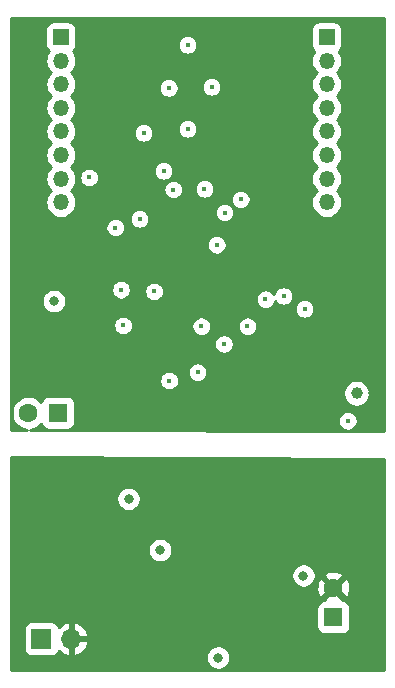
<source format=gbr>
G04 #@! TF.GenerationSoftware,KiCad,Pcbnew,(5.1.4-0-10_14)*
G04 #@! TF.CreationDate,2019-09-18T11:49:10-05:00*
G04 #@! TF.ProjectId,poePoweredDevice-PD,706f6550-6f77-4657-9265-644465766963,rev?*
G04 #@! TF.SameCoordinates,Original*
G04 #@! TF.FileFunction,Copper,L3,Inr*
G04 #@! TF.FilePolarity,Positive*
%FSLAX46Y46*%
G04 Gerber Fmt 4.6, Leading zero omitted, Abs format (unit mm)*
G04 Created by KiCad (PCBNEW (5.1.4-0-10_14)) date 2019-09-18 11:49:10*
%MOMM*%
%LPD*%
G04 APERTURE LIST*
%ADD10R,1.350000X1.350000*%
%ADD11O,1.350000X1.350000*%
%ADD12R,1.700000X1.700000*%
%ADD13O,1.700000X1.700000*%
%ADD14R,1.600000X1.600000*%
%ADD15C,1.600000*%
%ADD16C,0.400000*%
%ADD17C,0.800000*%
%ADD18C,1.000000*%
%ADD19C,0.254000*%
G04 APERTURE END LIST*
D10*
X185500000Y-86704000D03*
D11*
X185500000Y-88704000D03*
X185500000Y-90704000D03*
X185500000Y-92704000D03*
X185500000Y-94704000D03*
X185500000Y-96704000D03*
X185500000Y-98704000D03*
X185500000Y-100704000D03*
D10*
X163000000Y-86704000D03*
D11*
X163000000Y-88704000D03*
X163000000Y-90704000D03*
X163000000Y-92704000D03*
X163000000Y-94704000D03*
X163000000Y-96704000D03*
X163000000Y-98704000D03*
X163000000Y-100704000D03*
D12*
X161356800Y-137668000D03*
D13*
X163896800Y-137668000D03*
D14*
X162763200Y-118516400D03*
D15*
X160263200Y-118516400D03*
D14*
X186080400Y-135839200D03*
D15*
X186080400Y-133339200D03*
D16*
X175158400Y-99568000D03*
X176403000Y-100177600D03*
X178282600Y-102514400D03*
X175133000Y-101473000D03*
X172516800Y-99618800D03*
X178231800Y-100457000D03*
X176860200Y-101574600D03*
X174574200Y-115087400D03*
X159385000Y-109042200D03*
X188569600Y-108839000D03*
X189763400Y-123494800D03*
X189814200Y-119354600D03*
X187299600Y-119202200D03*
X183642000Y-109728000D03*
X168097200Y-108102400D03*
D17*
X162412400Y-109067600D03*
D16*
X180330400Y-108905600D03*
X167614600Y-102837600D03*
D18*
X188036200Y-116865400D03*
D16*
X181864000Y-108635800D03*
X170899998Y-108250000D03*
D17*
X171399200Y-130149600D03*
D16*
X174382400Y-129300000D03*
D17*
X176321600Y-139248000D03*
X183540400Y-132308600D03*
X168732200Y-125806200D03*
D16*
X175768000Y-90932000D03*
X173736000Y-94488000D03*
X176200000Y-104300000D03*
X171704000Y-98044000D03*
X169672000Y-102108000D03*
D17*
X172200000Y-110832200D03*
D16*
X170326800Y-103301800D03*
X172487500Y-101164300D03*
D18*
X189534800Y-116865400D03*
D16*
X168275000Y-111125002D03*
X165400000Y-98600000D03*
X170005000Y-94821000D03*
X172133000Y-91011000D03*
X173736000Y-87376000D03*
X178800000Y-111200000D03*
X174900000Y-111200000D03*
X172171768Y-115800000D03*
X176800000Y-112700000D03*
D19*
G36*
X190348001Y-122450790D02*
G01*
X190348001Y-140285110D01*
X158775000Y-140309491D01*
X158775000Y-136818000D01*
X159868728Y-136818000D01*
X159868728Y-138518000D01*
X159880988Y-138642482D01*
X159917298Y-138762180D01*
X159976263Y-138872494D01*
X160055615Y-138969185D01*
X160152306Y-139048537D01*
X160262620Y-139107502D01*
X160382318Y-139143812D01*
X160506800Y-139156072D01*
X162206800Y-139156072D01*
X162308446Y-139146061D01*
X175286600Y-139146061D01*
X175286600Y-139349939D01*
X175326374Y-139549898D01*
X175404395Y-139738256D01*
X175517663Y-139907774D01*
X175661826Y-140051937D01*
X175831344Y-140165205D01*
X176019702Y-140243226D01*
X176219661Y-140283000D01*
X176423539Y-140283000D01*
X176623498Y-140243226D01*
X176811856Y-140165205D01*
X176981374Y-140051937D01*
X177125537Y-139907774D01*
X177238805Y-139738256D01*
X177316826Y-139549898D01*
X177356600Y-139349939D01*
X177356600Y-139146061D01*
X177316826Y-138946102D01*
X177238805Y-138757744D01*
X177125537Y-138588226D01*
X176981374Y-138444063D01*
X176811856Y-138330795D01*
X176623498Y-138252774D01*
X176423539Y-138213000D01*
X176219661Y-138213000D01*
X176019702Y-138252774D01*
X175831344Y-138330795D01*
X175661826Y-138444063D01*
X175517663Y-138588226D01*
X175404395Y-138757744D01*
X175326374Y-138946102D01*
X175286600Y-139146061D01*
X162308446Y-139146061D01*
X162331282Y-139143812D01*
X162450980Y-139107502D01*
X162561294Y-139048537D01*
X162657985Y-138969185D01*
X162737337Y-138872494D01*
X162796302Y-138762180D01*
X162820766Y-138681534D01*
X162896531Y-138765588D01*
X163129880Y-138939641D01*
X163392701Y-139064825D01*
X163539910Y-139109476D01*
X163769800Y-138988155D01*
X163769800Y-137795000D01*
X164023800Y-137795000D01*
X164023800Y-138988155D01*
X164253690Y-139109476D01*
X164400899Y-139064825D01*
X164663720Y-138939641D01*
X164897069Y-138765588D01*
X165091978Y-138549355D01*
X165240957Y-138299252D01*
X165338281Y-138024891D01*
X165217614Y-137795000D01*
X164023800Y-137795000D01*
X163769800Y-137795000D01*
X163749800Y-137795000D01*
X163749800Y-137541000D01*
X163769800Y-137541000D01*
X163769800Y-136347845D01*
X164023800Y-136347845D01*
X164023800Y-137541000D01*
X165217614Y-137541000D01*
X165338281Y-137311109D01*
X165240957Y-137036748D01*
X165091978Y-136786645D01*
X164897069Y-136570412D01*
X164663720Y-136396359D01*
X164400899Y-136271175D01*
X164253690Y-136226524D01*
X164023800Y-136347845D01*
X163769800Y-136347845D01*
X163539910Y-136226524D01*
X163392701Y-136271175D01*
X163129880Y-136396359D01*
X162896531Y-136570412D01*
X162820766Y-136654466D01*
X162796302Y-136573820D01*
X162737337Y-136463506D01*
X162657985Y-136366815D01*
X162561294Y-136287463D01*
X162450980Y-136228498D01*
X162331282Y-136192188D01*
X162206800Y-136179928D01*
X160506800Y-136179928D01*
X160382318Y-136192188D01*
X160262620Y-136228498D01*
X160152306Y-136287463D01*
X160055615Y-136366815D01*
X159976263Y-136463506D01*
X159917298Y-136573820D01*
X159880988Y-136693518D01*
X159868728Y-136818000D01*
X158775000Y-136818000D01*
X158775000Y-135039200D01*
X184642328Y-135039200D01*
X184642328Y-136639200D01*
X184654588Y-136763682D01*
X184690898Y-136883380D01*
X184749863Y-136993694D01*
X184829215Y-137090385D01*
X184925906Y-137169737D01*
X185036220Y-137228702D01*
X185155918Y-137265012D01*
X185280400Y-137277272D01*
X186880400Y-137277272D01*
X187004882Y-137265012D01*
X187124580Y-137228702D01*
X187234894Y-137169737D01*
X187331585Y-137090385D01*
X187410937Y-136993694D01*
X187469902Y-136883380D01*
X187506212Y-136763682D01*
X187518472Y-136639200D01*
X187518472Y-135039200D01*
X187506212Y-134914718D01*
X187469902Y-134795020D01*
X187410937Y-134684706D01*
X187331585Y-134588015D01*
X187234894Y-134508663D01*
X187124580Y-134449698D01*
X187004882Y-134413388D01*
X186880400Y-134401128D01*
X186873185Y-134401128D01*
X186893497Y-134331902D01*
X186080400Y-133518805D01*
X185267303Y-134331902D01*
X185287615Y-134401128D01*
X185280400Y-134401128D01*
X185155918Y-134413388D01*
X185036220Y-134449698D01*
X184925906Y-134508663D01*
X184829215Y-134588015D01*
X184749863Y-134684706D01*
X184690898Y-134795020D01*
X184654588Y-134914718D01*
X184642328Y-135039200D01*
X158775000Y-135039200D01*
X158775000Y-133409712D01*
X184640183Y-133409712D01*
X184681613Y-133689330D01*
X184776797Y-133955492D01*
X184843729Y-134080714D01*
X185087698Y-134152297D01*
X185900795Y-133339200D01*
X186260005Y-133339200D01*
X187073102Y-134152297D01*
X187317071Y-134080714D01*
X187437971Y-133825204D01*
X187506700Y-133551016D01*
X187520617Y-133268688D01*
X187479187Y-132989070D01*
X187384003Y-132722908D01*
X187317071Y-132597686D01*
X187073102Y-132526103D01*
X186260005Y-133339200D01*
X185900795Y-133339200D01*
X185087698Y-132526103D01*
X184843729Y-132597686D01*
X184722829Y-132853196D01*
X184654100Y-133127384D01*
X184640183Y-133409712D01*
X158775000Y-133409712D01*
X158775000Y-132206661D01*
X182505400Y-132206661D01*
X182505400Y-132410539D01*
X182545174Y-132610498D01*
X182623195Y-132798856D01*
X182736463Y-132968374D01*
X182880626Y-133112537D01*
X183050144Y-133225805D01*
X183238502Y-133303826D01*
X183438461Y-133343600D01*
X183642339Y-133343600D01*
X183842298Y-133303826D01*
X184030656Y-133225805D01*
X184200174Y-133112537D01*
X184344337Y-132968374D01*
X184457605Y-132798856D01*
X184535626Y-132610498D01*
X184575400Y-132410539D01*
X184575400Y-132346498D01*
X185267303Y-132346498D01*
X186080400Y-133159595D01*
X186893497Y-132346498D01*
X186821914Y-132102529D01*
X186566404Y-131981629D01*
X186292216Y-131912900D01*
X186009888Y-131898983D01*
X185730270Y-131940413D01*
X185464108Y-132035597D01*
X185338886Y-132102529D01*
X185267303Y-132346498D01*
X184575400Y-132346498D01*
X184575400Y-132206661D01*
X184535626Y-132006702D01*
X184457605Y-131818344D01*
X184344337Y-131648826D01*
X184200174Y-131504663D01*
X184030656Y-131391395D01*
X183842298Y-131313374D01*
X183642339Y-131273600D01*
X183438461Y-131273600D01*
X183238502Y-131313374D01*
X183050144Y-131391395D01*
X182880626Y-131504663D01*
X182736463Y-131648826D01*
X182623195Y-131818344D01*
X182545174Y-132006702D01*
X182505400Y-132206661D01*
X158775000Y-132206661D01*
X158775000Y-130047661D01*
X170364200Y-130047661D01*
X170364200Y-130251539D01*
X170403974Y-130451498D01*
X170481995Y-130639856D01*
X170595263Y-130809374D01*
X170739426Y-130953537D01*
X170908944Y-131066805D01*
X171097302Y-131144826D01*
X171297261Y-131184600D01*
X171501139Y-131184600D01*
X171701098Y-131144826D01*
X171889456Y-131066805D01*
X172058974Y-130953537D01*
X172203137Y-130809374D01*
X172316405Y-130639856D01*
X172394426Y-130451498D01*
X172434200Y-130251539D01*
X172434200Y-130047661D01*
X172394426Y-129847702D01*
X172316405Y-129659344D01*
X172203137Y-129489826D01*
X172058974Y-129345663D01*
X171889456Y-129232395D01*
X171701098Y-129154374D01*
X171501139Y-129114600D01*
X171297261Y-129114600D01*
X171097302Y-129154374D01*
X170908944Y-129232395D01*
X170739426Y-129345663D01*
X170595263Y-129489826D01*
X170481995Y-129659344D01*
X170403974Y-129847702D01*
X170364200Y-130047661D01*
X158775000Y-130047661D01*
X158775000Y-125704261D01*
X167697200Y-125704261D01*
X167697200Y-125908139D01*
X167736974Y-126108098D01*
X167814995Y-126296456D01*
X167928263Y-126465974D01*
X168072426Y-126610137D01*
X168241944Y-126723405D01*
X168430302Y-126801426D01*
X168630261Y-126841200D01*
X168834139Y-126841200D01*
X169034098Y-126801426D01*
X169222456Y-126723405D01*
X169391974Y-126610137D01*
X169536137Y-126465974D01*
X169649405Y-126296456D01*
X169727426Y-126108098D01*
X169767200Y-125908139D01*
X169767200Y-125704261D01*
X169727426Y-125504302D01*
X169649405Y-125315944D01*
X169536137Y-125146426D01*
X169391974Y-125002263D01*
X169222456Y-124888995D01*
X169034098Y-124810974D01*
X168834139Y-124771200D01*
X168630261Y-124771200D01*
X168430302Y-124810974D01*
X168241944Y-124888995D01*
X168072426Y-125002263D01*
X167928263Y-125146426D01*
X167814995Y-125315944D01*
X167736974Y-125504302D01*
X167697200Y-125704261D01*
X158775000Y-125704261D01*
X158775000Y-122303138D01*
X190348001Y-122450790D01*
X190348001Y-122450790D01*
G37*
X190348001Y-122450790D02*
X190348001Y-140285110D01*
X158775000Y-140309491D01*
X158775000Y-136818000D01*
X159868728Y-136818000D01*
X159868728Y-138518000D01*
X159880988Y-138642482D01*
X159917298Y-138762180D01*
X159976263Y-138872494D01*
X160055615Y-138969185D01*
X160152306Y-139048537D01*
X160262620Y-139107502D01*
X160382318Y-139143812D01*
X160506800Y-139156072D01*
X162206800Y-139156072D01*
X162308446Y-139146061D01*
X175286600Y-139146061D01*
X175286600Y-139349939D01*
X175326374Y-139549898D01*
X175404395Y-139738256D01*
X175517663Y-139907774D01*
X175661826Y-140051937D01*
X175831344Y-140165205D01*
X176019702Y-140243226D01*
X176219661Y-140283000D01*
X176423539Y-140283000D01*
X176623498Y-140243226D01*
X176811856Y-140165205D01*
X176981374Y-140051937D01*
X177125537Y-139907774D01*
X177238805Y-139738256D01*
X177316826Y-139549898D01*
X177356600Y-139349939D01*
X177356600Y-139146061D01*
X177316826Y-138946102D01*
X177238805Y-138757744D01*
X177125537Y-138588226D01*
X176981374Y-138444063D01*
X176811856Y-138330795D01*
X176623498Y-138252774D01*
X176423539Y-138213000D01*
X176219661Y-138213000D01*
X176019702Y-138252774D01*
X175831344Y-138330795D01*
X175661826Y-138444063D01*
X175517663Y-138588226D01*
X175404395Y-138757744D01*
X175326374Y-138946102D01*
X175286600Y-139146061D01*
X162308446Y-139146061D01*
X162331282Y-139143812D01*
X162450980Y-139107502D01*
X162561294Y-139048537D01*
X162657985Y-138969185D01*
X162737337Y-138872494D01*
X162796302Y-138762180D01*
X162820766Y-138681534D01*
X162896531Y-138765588D01*
X163129880Y-138939641D01*
X163392701Y-139064825D01*
X163539910Y-139109476D01*
X163769800Y-138988155D01*
X163769800Y-137795000D01*
X164023800Y-137795000D01*
X164023800Y-138988155D01*
X164253690Y-139109476D01*
X164400899Y-139064825D01*
X164663720Y-138939641D01*
X164897069Y-138765588D01*
X165091978Y-138549355D01*
X165240957Y-138299252D01*
X165338281Y-138024891D01*
X165217614Y-137795000D01*
X164023800Y-137795000D01*
X163769800Y-137795000D01*
X163749800Y-137795000D01*
X163749800Y-137541000D01*
X163769800Y-137541000D01*
X163769800Y-136347845D01*
X164023800Y-136347845D01*
X164023800Y-137541000D01*
X165217614Y-137541000D01*
X165338281Y-137311109D01*
X165240957Y-137036748D01*
X165091978Y-136786645D01*
X164897069Y-136570412D01*
X164663720Y-136396359D01*
X164400899Y-136271175D01*
X164253690Y-136226524D01*
X164023800Y-136347845D01*
X163769800Y-136347845D01*
X163539910Y-136226524D01*
X163392701Y-136271175D01*
X163129880Y-136396359D01*
X162896531Y-136570412D01*
X162820766Y-136654466D01*
X162796302Y-136573820D01*
X162737337Y-136463506D01*
X162657985Y-136366815D01*
X162561294Y-136287463D01*
X162450980Y-136228498D01*
X162331282Y-136192188D01*
X162206800Y-136179928D01*
X160506800Y-136179928D01*
X160382318Y-136192188D01*
X160262620Y-136228498D01*
X160152306Y-136287463D01*
X160055615Y-136366815D01*
X159976263Y-136463506D01*
X159917298Y-136573820D01*
X159880988Y-136693518D01*
X159868728Y-136818000D01*
X158775000Y-136818000D01*
X158775000Y-135039200D01*
X184642328Y-135039200D01*
X184642328Y-136639200D01*
X184654588Y-136763682D01*
X184690898Y-136883380D01*
X184749863Y-136993694D01*
X184829215Y-137090385D01*
X184925906Y-137169737D01*
X185036220Y-137228702D01*
X185155918Y-137265012D01*
X185280400Y-137277272D01*
X186880400Y-137277272D01*
X187004882Y-137265012D01*
X187124580Y-137228702D01*
X187234894Y-137169737D01*
X187331585Y-137090385D01*
X187410937Y-136993694D01*
X187469902Y-136883380D01*
X187506212Y-136763682D01*
X187518472Y-136639200D01*
X187518472Y-135039200D01*
X187506212Y-134914718D01*
X187469902Y-134795020D01*
X187410937Y-134684706D01*
X187331585Y-134588015D01*
X187234894Y-134508663D01*
X187124580Y-134449698D01*
X187004882Y-134413388D01*
X186880400Y-134401128D01*
X186873185Y-134401128D01*
X186893497Y-134331902D01*
X186080400Y-133518805D01*
X185267303Y-134331902D01*
X185287615Y-134401128D01*
X185280400Y-134401128D01*
X185155918Y-134413388D01*
X185036220Y-134449698D01*
X184925906Y-134508663D01*
X184829215Y-134588015D01*
X184749863Y-134684706D01*
X184690898Y-134795020D01*
X184654588Y-134914718D01*
X184642328Y-135039200D01*
X158775000Y-135039200D01*
X158775000Y-133409712D01*
X184640183Y-133409712D01*
X184681613Y-133689330D01*
X184776797Y-133955492D01*
X184843729Y-134080714D01*
X185087698Y-134152297D01*
X185900795Y-133339200D01*
X186260005Y-133339200D01*
X187073102Y-134152297D01*
X187317071Y-134080714D01*
X187437971Y-133825204D01*
X187506700Y-133551016D01*
X187520617Y-133268688D01*
X187479187Y-132989070D01*
X187384003Y-132722908D01*
X187317071Y-132597686D01*
X187073102Y-132526103D01*
X186260005Y-133339200D01*
X185900795Y-133339200D01*
X185087698Y-132526103D01*
X184843729Y-132597686D01*
X184722829Y-132853196D01*
X184654100Y-133127384D01*
X184640183Y-133409712D01*
X158775000Y-133409712D01*
X158775000Y-132206661D01*
X182505400Y-132206661D01*
X182505400Y-132410539D01*
X182545174Y-132610498D01*
X182623195Y-132798856D01*
X182736463Y-132968374D01*
X182880626Y-133112537D01*
X183050144Y-133225805D01*
X183238502Y-133303826D01*
X183438461Y-133343600D01*
X183642339Y-133343600D01*
X183842298Y-133303826D01*
X184030656Y-133225805D01*
X184200174Y-133112537D01*
X184344337Y-132968374D01*
X184457605Y-132798856D01*
X184535626Y-132610498D01*
X184575400Y-132410539D01*
X184575400Y-132346498D01*
X185267303Y-132346498D01*
X186080400Y-133159595D01*
X186893497Y-132346498D01*
X186821914Y-132102529D01*
X186566404Y-131981629D01*
X186292216Y-131912900D01*
X186009888Y-131898983D01*
X185730270Y-131940413D01*
X185464108Y-132035597D01*
X185338886Y-132102529D01*
X185267303Y-132346498D01*
X184575400Y-132346498D01*
X184575400Y-132206661D01*
X184535626Y-132006702D01*
X184457605Y-131818344D01*
X184344337Y-131648826D01*
X184200174Y-131504663D01*
X184030656Y-131391395D01*
X183842298Y-131313374D01*
X183642339Y-131273600D01*
X183438461Y-131273600D01*
X183238502Y-131313374D01*
X183050144Y-131391395D01*
X182880626Y-131504663D01*
X182736463Y-131648826D01*
X182623195Y-131818344D01*
X182545174Y-132006702D01*
X182505400Y-132206661D01*
X158775000Y-132206661D01*
X158775000Y-130047661D01*
X170364200Y-130047661D01*
X170364200Y-130251539D01*
X170403974Y-130451498D01*
X170481995Y-130639856D01*
X170595263Y-130809374D01*
X170739426Y-130953537D01*
X170908944Y-131066805D01*
X171097302Y-131144826D01*
X171297261Y-131184600D01*
X171501139Y-131184600D01*
X171701098Y-131144826D01*
X171889456Y-131066805D01*
X172058974Y-130953537D01*
X172203137Y-130809374D01*
X172316405Y-130639856D01*
X172394426Y-130451498D01*
X172434200Y-130251539D01*
X172434200Y-130047661D01*
X172394426Y-129847702D01*
X172316405Y-129659344D01*
X172203137Y-129489826D01*
X172058974Y-129345663D01*
X171889456Y-129232395D01*
X171701098Y-129154374D01*
X171501139Y-129114600D01*
X171297261Y-129114600D01*
X171097302Y-129154374D01*
X170908944Y-129232395D01*
X170739426Y-129345663D01*
X170595263Y-129489826D01*
X170481995Y-129659344D01*
X170403974Y-129847702D01*
X170364200Y-130047661D01*
X158775000Y-130047661D01*
X158775000Y-125704261D01*
X167697200Y-125704261D01*
X167697200Y-125908139D01*
X167736974Y-126108098D01*
X167814995Y-126296456D01*
X167928263Y-126465974D01*
X168072426Y-126610137D01*
X168241944Y-126723405D01*
X168430302Y-126801426D01*
X168630261Y-126841200D01*
X168834139Y-126841200D01*
X169034098Y-126801426D01*
X169222456Y-126723405D01*
X169391974Y-126610137D01*
X169536137Y-126465974D01*
X169649405Y-126296456D01*
X169727426Y-126108098D01*
X169767200Y-125908139D01*
X169767200Y-125704261D01*
X169727426Y-125504302D01*
X169649405Y-125315944D01*
X169536137Y-125146426D01*
X169391974Y-125002263D01*
X169222456Y-124888995D01*
X169034098Y-124810974D01*
X168834139Y-124771200D01*
X168630261Y-124771200D01*
X168430302Y-124810974D01*
X168241944Y-124888995D01*
X168072426Y-125002263D01*
X167928263Y-125146426D01*
X167814995Y-125315944D01*
X167736974Y-125504302D01*
X167697200Y-125704261D01*
X158775000Y-125704261D01*
X158775000Y-122303138D01*
X190348001Y-122450790D01*
G36*
X190348001Y-120089533D02*
G01*
X160415471Y-119949225D01*
X160681774Y-119896253D01*
X160942927Y-119788080D01*
X161177959Y-119631037D01*
X161344539Y-119464457D01*
X161373698Y-119560580D01*
X161432663Y-119670894D01*
X161512015Y-119767585D01*
X161608706Y-119846937D01*
X161719020Y-119905902D01*
X161838718Y-119942212D01*
X161963200Y-119954472D01*
X163563200Y-119954472D01*
X163687682Y-119942212D01*
X163807380Y-119905902D01*
X163917694Y-119846937D01*
X164014385Y-119767585D01*
X164093737Y-119670894D01*
X164152702Y-119560580D01*
X164189012Y-119440882D01*
X164201272Y-119316400D01*
X164201272Y-119119960D01*
X186464600Y-119119960D01*
X186464600Y-119284440D01*
X186496689Y-119445760D01*
X186559633Y-119597721D01*
X186651013Y-119734481D01*
X186767319Y-119850787D01*
X186904079Y-119942167D01*
X187056040Y-120005111D01*
X187217360Y-120037200D01*
X187381840Y-120037200D01*
X187543160Y-120005111D01*
X187695121Y-119942167D01*
X187831881Y-119850787D01*
X187948187Y-119734481D01*
X188039567Y-119597721D01*
X188102511Y-119445760D01*
X188134600Y-119284440D01*
X188134600Y-119119960D01*
X188102511Y-118958640D01*
X188039567Y-118806679D01*
X187948187Y-118669919D01*
X187831881Y-118553613D01*
X187695121Y-118462233D01*
X187543160Y-118399289D01*
X187381840Y-118367200D01*
X187217360Y-118367200D01*
X187056040Y-118399289D01*
X186904079Y-118462233D01*
X186767319Y-118553613D01*
X186651013Y-118669919D01*
X186559633Y-118806679D01*
X186496689Y-118958640D01*
X186464600Y-119119960D01*
X164201272Y-119119960D01*
X164201272Y-117716400D01*
X164189012Y-117591918D01*
X164152702Y-117472220D01*
X164093737Y-117361906D01*
X164014385Y-117265215D01*
X163917694Y-117185863D01*
X163807380Y-117126898D01*
X163687682Y-117090588D01*
X163563200Y-117078328D01*
X161963200Y-117078328D01*
X161838718Y-117090588D01*
X161719020Y-117126898D01*
X161608706Y-117185863D01*
X161512015Y-117265215D01*
X161432663Y-117361906D01*
X161373698Y-117472220D01*
X161344539Y-117568343D01*
X161177959Y-117401763D01*
X160942927Y-117244720D01*
X160681774Y-117136547D01*
X160404535Y-117081400D01*
X160121865Y-117081400D01*
X159844626Y-117136547D01*
X159583473Y-117244720D01*
X159348441Y-117401763D01*
X159148563Y-117601641D01*
X158991520Y-117836673D01*
X158883347Y-118097826D01*
X158828200Y-118375065D01*
X158828200Y-118657735D01*
X158883347Y-118934974D01*
X158991520Y-119196127D01*
X159148563Y-119431159D01*
X159348441Y-119631037D01*
X159583473Y-119788080D01*
X159844626Y-119896253D01*
X160103579Y-119947763D01*
X158775000Y-119941535D01*
X158775000Y-116753612D01*
X186901200Y-116753612D01*
X186901200Y-116977188D01*
X186944817Y-117196467D01*
X187030376Y-117403024D01*
X187154588Y-117588920D01*
X187312680Y-117747012D01*
X187498576Y-117871224D01*
X187705133Y-117956783D01*
X187924412Y-118000400D01*
X188147988Y-118000400D01*
X188367267Y-117956783D01*
X188573824Y-117871224D01*
X188759720Y-117747012D01*
X188917812Y-117588920D01*
X189042024Y-117403024D01*
X189127583Y-117196467D01*
X189171200Y-116977188D01*
X189171200Y-116753612D01*
X189127583Y-116534333D01*
X189042024Y-116327776D01*
X188917812Y-116141880D01*
X188759720Y-115983788D01*
X188573824Y-115859576D01*
X188367267Y-115774017D01*
X188147988Y-115730400D01*
X187924412Y-115730400D01*
X187705133Y-115774017D01*
X187498576Y-115859576D01*
X187312680Y-115983788D01*
X187154588Y-116141880D01*
X187030376Y-116327776D01*
X186944817Y-116534333D01*
X186901200Y-116753612D01*
X158775000Y-116753612D01*
X158775000Y-115717760D01*
X171336768Y-115717760D01*
X171336768Y-115882240D01*
X171368857Y-116043560D01*
X171431801Y-116195521D01*
X171523181Y-116332281D01*
X171639487Y-116448587D01*
X171776247Y-116539967D01*
X171928208Y-116602911D01*
X172089528Y-116635000D01*
X172254008Y-116635000D01*
X172415328Y-116602911D01*
X172567289Y-116539967D01*
X172704049Y-116448587D01*
X172820355Y-116332281D01*
X172911735Y-116195521D01*
X172974679Y-116043560D01*
X173006768Y-115882240D01*
X173006768Y-115717760D01*
X172974679Y-115556440D01*
X172911735Y-115404479D01*
X172820355Y-115267719D01*
X172704049Y-115151413D01*
X172567289Y-115060033D01*
X172434814Y-115005160D01*
X173739200Y-115005160D01*
X173739200Y-115169640D01*
X173771289Y-115330960D01*
X173834233Y-115482921D01*
X173925613Y-115619681D01*
X174041919Y-115735987D01*
X174178679Y-115827367D01*
X174330640Y-115890311D01*
X174491960Y-115922400D01*
X174656440Y-115922400D01*
X174817760Y-115890311D01*
X174969721Y-115827367D01*
X175106481Y-115735987D01*
X175222787Y-115619681D01*
X175314167Y-115482921D01*
X175377111Y-115330960D01*
X175409200Y-115169640D01*
X175409200Y-115005160D01*
X175377111Y-114843840D01*
X175314167Y-114691879D01*
X175222787Y-114555119D01*
X175106481Y-114438813D01*
X174969721Y-114347433D01*
X174817760Y-114284489D01*
X174656440Y-114252400D01*
X174491960Y-114252400D01*
X174330640Y-114284489D01*
X174178679Y-114347433D01*
X174041919Y-114438813D01*
X173925613Y-114555119D01*
X173834233Y-114691879D01*
X173771289Y-114843840D01*
X173739200Y-115005160D01*
X172434814Y-115005160D01*
X172415328Y-114997089D01*
X172254008Y-114965000D01*
X172089528Y-114965000D01*
X171928208Y-114997089D01*
X171776247Y-115060033D01*
X171639487Y-115151413D01*
X171523181Y-115267719D01*
X171431801Y-115404479D01*
X171368857Y-115556440D01*
X171336768Y-115717760D01*
X158775000Y-115717760D01*
X158775000Y-112617760D01*
X175965000Y-112617760D01*
X175965000Y-112782240D01*
X175997089Y-112943560D01*
X176060033Y-113095521D01*
X176151413Y-113232281D01*
X176267719Y-113348587D01*
X176404479Y-113439967D01*
X176556440Y-113502911D01*
X176717760Y-113535000D01*
X176882240Y-113535000D01*
X177043560Y-113502911D01*
X177195521Y-113439967D01*
X177332281Y-113348587D01*
X177448587Y-113232281D01*
X177539967Y-113095521D01*
X177602911Y-112943560D01*
X177635000Y-112782240D01*
X177635000Y-112617760D01*
X177602911Y-112456440D01*
X177539967Y-112304479D01*
X177448587Y-112167719D01*
X177332281Y-112051413D01*
X177195521Y-111960033D01*
X177043560Y-111897089D01*
X176882240Y-111865000D01*
X176717760Y-111865000D01*
X176556440Y-111897089D01*
X176404479Y-111960033D01*
X176267719Y-112051413D01*
X176151413Y-112167719D01*
X176060033Y-112304479D01*
X175997089Y-112456440D01*
X175965000Y-112617760D01*
X158775000Y-112617760D01*
X158775000Y-111042762D01*
X167440000Y-111042762D01*
X167440000Y-111207242D01*
X167472089Y-111368562D01*
X167535033Y-111520523D01*
X167626413Y-111657283D01*
X167742719Y-111773589D01*
X167879479Y-111864969D01*
X168031440Y-111927913D01*
X168192760Y-111960002D01*
X168357240Y-111960002D01*
X168518560Y-111927913D01*
X168670521Y-111864969D01*
X168807281Y-111773589D01*
X168923587Y-111657283D01*
X169014967Y-111520523D01*
X169077911Y-111368562D01*
X169110000Y-111207242D01*
X169110000Y-111117760D01*
X174065000Y-111117760D01*
X174065000Y-111282240D01*
X174097089Y-111443560D01*
X174160033Y-111595521D01*
X174251413Y-111732281D01*
X174367719Y-111848587D01*
X174504479Y-111939967D01*
X174656440Y-112002911D01*
X174817760Y-112035000D01*
X174982240Y-112035000D01*
X175143560Y-112002911D01*
X175295521Y-111939967D01*
X175432281Y-111848587D01*
X175548587Y-111732281D01*
X175639967Y-111595521D01*
X175702911Y-111443560D01*
X175735000Y-111282240D01*
X175735000Y-111117760D01*
X177965000Y-111117760D01*
X177965000Y-111282240D01*
X177997089Y-111443560D01*
X178060033Y-111595521D01*
X178151413Y-111732281D01*
X178267719Y-111848587D01*
X178404479Y-111939967D01*
X178556440Y-112002911D01*
X178717760Y-112035000D01*
X178882240Y-112035000D01*
X179043560Y-112002911D01*
X179195521Y-111939967D01*
X179332281Y-111848587D01*
X179448587Y-111732281D01*
X179539967Y-111595521D01*
X179602911Y-111443560D01*
X179635000Y-111282240D01*
X179635000Y-111117760D01*
X179602911Y-110956440D01*
X179539967Y-110804479D01*
X179448587Y-110667719D01*
X179332281Y-110551413D01*
X179195521Y-110460033D01*
X179043560Y-110397089D01*
X178882240Y-110365000D01*
X178717760Y-110365000D01*
X178556440Y-110397089D01*
X178404479Y-110460033D01*
X178267719Y-110551413D01*
X178151413Y-110667719D01*
X178060033Y-110804479D01*
X177997089Y-110956440D01*
X177965000Y-111117760D01*
X175735000Y-111117760D01*
X175702911Y-110956440D01*
X175639967Y-110804479D01*
X175548587Y-110667719D01*
X175432281Y-110551413D01*
X175295521Y-110460033D01*
X175143560Y-110397089D01*
X174982240Y-110365000D01*
X174817760Y-110365000D01*
X174656440Y-110397089D01*
X174504479Y-110460033D01*
X174367719Y-110551413D01*
X174251413Y-110667719D01*
X174160033Y-110804479D01*
X174097089Y-110956440D01*
X174065000Y-111117760D01*
X169110000Y-111117760D01*
X169110000Y-111042762D01*
X169077911Y-110881442D01*
X169014967Y-110729481D01*
X168923587Y-110592721D01*
X168807281Y-110476415D01*
X168670521Y-110385035D01*
X168518560Y-110322091D01*
X168357240Y-110290002D01*
X168192760Y-110290002D01*
X168031440Y-110322091D01*
X167879479Y-110385035D01*
X167742719Y-110476415D01*
X167626413Y-110592721D01*
X167535033Y-110729481D01*
X167472089Y-110881442D01*
X167440000Y-111042762D01*
X158775000Y-111042762D01*
X158775000Y-108965661D01*
X161377400Y-108965661D01*
X161377400Y-109169539D01*
X161417174Y-109369498D01*
X161495195Y-109557856D01*
X161608463Y-109727374D01*
X161752626Y-109871537D01*
X161922144Y-109984805D01*
X162110502Y-110062826D01*
X162310461Y-110102600D01*
X162514339Y-110102600D01*
X162714298Y-110062826D01*
X162902656Y-109984805D01*
X163072174Y-109871537D01*
X163216337Y-109727374D01*
X163329605Y-109557856D01*
X163407626Y-109369498D01*
X163447400Y-109169539D01*
X163447400Y-108965661D01*
X163407626Y-108765702D01*
X163329605Y-108577344D01*
X163216337Y-108407826D01*
X163072174Y-108263663D01*
X162902656Y-108150395D01*
X162714298Y-108072374D01*
X162514339Y-108032600D01*
X162310461Y-108032600D01*
X162110502Y-108072374D01*
X161922144Y-108150395D01*
X161752626Y-108263663D01*
X161608463Y-108407826D01*
X161495195Y-108577344D01*
X161417174Y-108765702D01*
X161377400Y-108965661D01*
X158775000Y-108965661D01*
X158775000Y-108020160D01*
X167262200Y-108020160D01*
X167262200Y-108184640D01*
X167294289Y-108345960D01*
X167357233Y-108497921D01*
X167448613Y-108634681D01*
X167564919Y-108750987D01*
X167701679Y-108842367D01*
X167853640Y-108905311D01*
X168014960Y-108937400D01*
X168179440Y-108937400D01*
X168340760Y-108905311D01*
X168492721Y-108842367D01*
X168629481Y-108750987D01*
X168745787Y-108634681D01*
X168837167Y-108497921D01*
X168900111Y-108345960D01*
X168932200Y-108184640D01*
X168932200Y-108167760D01*
X170064998Y-108167760D01*
X170064998Y-108332240D01*
X170097087Y-108493560D01*
X170160031Y-108645521D01*
X170251411Y-108782281D01*
X170367717Y-108898587D01*
X170504477Y-108989967D01*
X170656438Y-109052911D01*
X170817758Y-109085000D01*
X170982238Y-109085000D01*
X171143558Y-109052911D01*
X171295519Y-108989967D01*
X171432279Y-108898587D01*
X171507506Y-108823360D01*
X179495400Y-108823360D01*
X179495400Y-108987840D01*
X179527489Y-109149160D01*
X179590433Y-109301121D01*
X179681813Y-109437881D01*
X179798119Y-109554187D01*
X179934879Y-109645567D01*
X180086840Y-109708511D01*
X180248160Y-109740600D01*
X180412640Y-109740600D01*
X180573960Y-109708511D01*
X180725455Y-109645760D01*
X182807000Y-109645760D01*
X182807000Y-109810240D01*
X182839089Y-109971560D01*
X182902033Y-110123521D01*
X182993413Y-110260281D01*
X183109719Y-110376587D01*
X183246479Y-110467967D01*
X183398440Y-110530911D01*
X183559760Y-110563000D01*
X183724240Y-110563000D01*
X183885560Y-110530911D01*
X184037521Y-110467967D01*
X184174281Y-110376587D01*
X184290587Y-110260281D01*
X184381967Y-110123521D01*
X184444911Y-109971560D01*
X184477000Y-109810240D01*
X184477000Y-109645760D01*
X184444911Y-109484440D01*
X184381967Y-109332479D01*
X184290587Y-109195719D01*
X184174281Y-109079413D01*
X184037521Y-108988033D01*
X183885560Y-108925089D01*
X183724240Y-108893000D01*
X183559760Y-108893000D01*
X183398440Y-108925089D01*
X183246479Y-108988033D01*
X183109719Y-109079413D01*
X182993413Y-109195719D01*
X182902033Y-109332479D01*
X182839089Y-109484440D01*
X182807000Y-109645760D01*
X180725455Y-109645760D01*
X180725921Y-109645567D01*
X180862681Y-109554187D01*
X180978987Y-109437881D01*
X181070367Y-109301121D01*
X181133311Y-109149160D01*
X181149245Y-109069054D01*
X181215413Y-109168081D01*
X181331719Y-109284387D01*
X181468479Y-109375767D01*
X181620440Y-109438711D01*
X181781760Y-109470800D01*
X181946240Y-109470800D01*
X182107560Y-109438711D01*
X182259521Y-109375767D01*
X182396281Y-109284387D01*
X182512587Y-109168081D01*
X182603967Y-109031321D01*
X182666911Y-108879360D01*
X182699000Y-108718040D01*
X182699000Y-108553560D01*
X182666911Y-108392240D01*
X182603967Y-108240279D01*
X182512587Y-108103519D01*
X182396281Y-107987213D01*
X182259521Y-107895833D01*
X182107560Y-107832889D01*
X181946240Y-107800800D01*
X181781760Y-107800800D01*
X181620440Y-107832889D01*
X181468479Y-107895833D01*
X181331719Y-107987213D01*
X181215413Y-108103519D01*
X181124033Y-108240279D01*
X181061089Y-108392240D01*
X181045155Y-108472346D01*
X180978987Y-108373319D01*
X180862681Y-108257013D01*
X180725921Y-108165633D01*
X180573960Y-108102689D01*
X180412640Y-108070600D01*
X180248160Y-108070600D01*
X180086840Y-108102689D01*
X179934879Y-108165633D01*
X179798119Y-108257013D01*
X179681813Y-108373319D01*
X179590433Y-108510079D01*
X179527489Y-108662040D01*
X179495400Y-108823360D01*
X171507506Y-108823360D01*
X171548585Y-108782281D01*
X171639965Y-108645521D01*
X171702909Y-108493560D01*
X171734998Y-108332240D01*
X171734998Y-108167760D01*
X171702909Y-108006440D01*
X171639965Y-107854479D01*
X171548585Y-107717719D01*
X171432279Y-107601413D01*
X171295519Y-107510033D01*
X171143558Y-107447089D01*
X170982238Y-107415000D01*
X170817758Y-107415000D01*
X170656438Y-107447089D01*
X170504477Y-107510033D01*
X170367717Y-107601413D01*
X170251411Y-107717719D01*
X170160031Y-107854479D01*
X170097087Y-108006440D01*
X170064998Y-108167760D01*
X168932200Y-108167760D01*
X168932200Y-108020160D01*
X168900111Y-107858840D01*
X168837167Y-107706879D01*
X168745787Y-107570119D01*
X168629481Y-107453813D01*
X168492721Y-107362433D01*
X168340760Y-107299489D01*
X168179440Y-107267400D01*
X168014960Y-107267400D01*
X167853640Y-107299489D01*
X167701679Y-107362433D01*
X167564919Y-107453813D01*
X167448613Y-107570119D01*
X167357233Y-107706879D01*
X167294289Y-107858840D01*
X167262200Y-108020160D01*
X158775000Y-108020160D01*
X158775000Y-104217760D01*
X175365000Y-104217760D01*
X175365000Y-104382240D01*
X175397089Y-104543560D01*
X175460033Y-104695521D01*
X175551413Y-104832281D01*
X175667719Y-104948587D01*
X175804479Y-105039967D01*
X175956440Y-105102911D01*
X176117760Y-105135000D01*
X176282240Y-105135000D01*
X176443560Y-105102911D01*
X176595521Y-105039967D01*
X176732281Y-104948587D01*
X176848587Y-104832281D01*
X176939967Y-104695521D01*
X177002911Y-104543560D01*
X177035000Y-104382240D01*
X177035000Y-104217760D01*
X177002911Y-104056440D01*
X176939967Y-103904479D01*
X176848587Y-103767719D01*
X176732281Y-103651413D01*
X176595521Y-103560033D01*
X176443560Y-103497089D01*
X176282240Y-103465000D01*
X176117760Y-103465000D01*
X175956440Y-103497089D01*
X175804479Y-103560033D01*
X175667719Y-103651413D01*
X175551413Y-103767719D01*
X175460033Y-103904479D01*
X175397089Y-104056440D01*
X175365000Y-104217760D01*
X158775000Y-104217760D01*
X158775000Y-102755360D01*
X166779600Y-102755360D01*
X166779600Y-102919840D01*
X166811689Y-103081160D01*
X166874633Y-103233121D01*
X166966013Y-103369881D01*
X167082319Y-103486187D01*
X167219079Y-103577567D01*
X167371040Y-103640511D01*
X167532360Y-103672600D01*
X167696840Y-103672600D01*
X167858160Y-103640511D01*
X168010121Y-103577567D01*
X168146881Y-103486187D01*
X168263187Y-103369881D01*
X168354567Y-103233121D01*
X168417511Y-103081160D01*
X168449600Y-102919840D01*
X168449600Y-102755360D01*
X168417511Y-102594040D01*
X168354567Y-102442079D01*
X168263187Y-102305319D01*
X168146881Y-102189013D01*
X168010121Y-102097633D01*
X167858160Y-102034689D01*
X167813272Y-102025760D01*
X168837000Y-102025760D01*
X168837000Y-102190240D01*
X168869089Y-102351560D01*
X168932033Y-102503521D01*
X169023413Y-102640281D01*
X169139719Y-102756587D01*
X169276479Y-102847967D01*
X169428440Y-102910911D01*
X169589760Y-102943000D01*
X169754240Y-102943000D01*
X169915560Y-102910911D01*
X170067521Y-102847967D01*
X170204281Y-102756587D01*
X170320587Y-102640281D01*
X170411967Y-102503521D01*
X170474911Y-102351560D01*
X170507000Y-102190240D01*
X170507000Y-102025760D01*
X170474911Y-101864440D01*
X170411967Y-101712479D01*
X170320587Y-101575719D01*
X170237228Y-101492360D01*
X176025200Y-101492360D01*
X176025200Y-101656840D01*
X176057289Y-101818160D01*
X176120233Y-101970121D01*
X176211613Y-102106881D01*
X176327919Y-102223187D01*
X176464679Y-102314567D01*
X176616640Y-102377511D01*
X176777960Y-102409600D01*
X176942440Y-102409600D01*
X177103760Y-102377511D01*
X177255721Y-102314567D01*
X177392481Y-102223187D01*
X177508787Y-102106881D01*
X177600167Y-101970121D01*
X177663111Y-101818160D01*
X177695200Y-101656840D01*
X177695200Y-101492360D01*
X177663111Y-101331040D01*
X177600167Y-101179079D01*
X177508787Y-101042319D01*
X177392481Y-100926013D01*
X177255721Y-100834633D01*
X177103760Y-100771689D01*
X176942440Y-100739600D01*
X176777960Y-100739600D01*
X176616640Y-100771689D01*
X176464679Y-100834633D01*
X176327919Y-100926013D01*
X176211613Y-101042319D01*
X176120233Y-101179079D01*
X176057289Y-101331040D01*
X176025200Y-101492360D01*
X170237228Y-101492360D01*
X170204281Y-101459413D01*
X170067521Y-101368033D01*
X169915560Y-101305089D01*
X169754240Y-101273000D01*
X169589760Y-101273000D01*
X169428440Y-101305089D01*
X169276479Y-101368033D01*
X169139719Y-101459413D01*
X169023413Y-101575719D01*
X168932033Y-101712479D01*
X168869089Y-101864440D01*
X168837000Y-102025760D01*
X167813272Y-102025760D01*
X167696840Y-102002600D01*
X167532360Y-102002600D01*
X167371040Y-102034689D01*
X167219079Y-102097633D01*
X167082319Y-102189013D01*
X166966013Y-102305319D01*
X166874633Y-102442079D01*
X166811689Y-102594040D01*
X166779600Y-102755360D01*
X158775000Y-102755360D01*
X158775000Y-88704000D01*
X161683662Y-88704000D01*
X161708955Y-88960805D01*
X161783862Y-89207741D01*
X161905505Y-89435318D01*
X162069208Y-89634792D01*
X162153539Y-89704000D01*
X162069208Y-89773208D01*
X161905505Y-89972682D01*
X161783862Y-90200259D01*
X161708955Y-90447195D01*
X161683662Y-90704000D01*
X161708955Y-90960805D01*
X161783862Y-91207741D01*
X161905505Y-91435318D01*
X162069208Y-91634792D01*
X162153539Y-91704000D01*
X162069208Y-91773208D01*
X161905505Y-91972682D01*
X161783862Y-92200259D01*
X161708955Y-92447195D01*
X161683662Y-92704000D01*
X161708955Y-92960805D01*
X161783862Y-93207741D01*
X161905505Y-93435318D01*
X162069208Y-93634792D01*
X162153539Y-93704000D01*
X162069208Y-93773208D01*
X161905505Y-93972682D01*
X161783862Y-94200259D01*
X161708955Y-94447195D01*
X161683662Y-94704000D01*
X161708955Y-94960805D01*
X161783862Y-95207741D01*
X161905505Y-95435318D01*
X162069208Y-95634792D01*
X162153539Y-95704000D01*
X162069208Y-95773208D01*
X161905505Y-95972682D01*
X161783862Y-96200259D01*
X161708955Y-96447195D01*
X161683662Y-96704000D01*
X161708955Y-96960805D01*
X161783862Y-97207741D01*
X161905505Y-97435318D01*
X162069208Y-97634792D01*
X162153539Y-97704000D01*
X162069208Y-97773208D01*
X161905505Y-97972682D01*
X161783862Y-98200259D01*
X161708955Y-98447195D01*
X161683662Y-98704000D01*
X161708955Y-98960805D01*
X161783862Y-99207741D01*
X161905505Y-99435318D01*
X162069208Y-99634792D01*
X162153539Y-99704000D01*
X162069208Y-99773208D01*
X161905505Y-99972682D01*
X161783862Y-100200259D01*
X161708955Y-100447195D01*
X161683662Y-100704000D01*
X161708955Y-100960805D01*
X161783862Y-101207741D01*
X161905505Y-101435318D01*
X162069208Y-101634792D01*
X162268682Y-101798495D01*
X162496259Y-101920138D01*
X162743195Y-101995045D01*
X162935649Y-102014000D01*
X163064351Y-102014000D01*
X163256805Y-101995045D01*
X163503741Y-101920138D01*
X163731318Y-101798495D01*
X163930792Y-101634792D01*
X164094495Y-101435318D01*
X164216138Y-101207741D01*
X164291045Y-100960805D01*
X164316338Y-100704000D01*
X164291045Y-100447195D01*
X164216138Y-100200259D01*
X164094495Y-99972682D01*
X163930792Y-99773208D01*
X163846461Y-99704000D01*
X163930792Y-99634792D01*
X164011408Y-99536560D01*
X171681800Y-99536560D01*
X171681800Y-99701040D01*
X171713889Y-99862360D01*
X171776833Y-100014321D01*
X171868213Y-100151081D01*
X171984519Y-100267387D01*
X172121279Y-100358767D01*
X172273240Y-100421711D01*
X172434560Y-100453800D01*
X172599040Y-100453800D01*
X172760360Y-100421711D01*
X172912321Y-100358767D01*
X173049081Y-100267387D01*
X173165387Y-100151081D01*
X173256767Y-100014321D01*
X173319711Y-99862360D01*
X173351800Y-99701040D01*
X173351800Y-99536560D01*
X173341696Y-99485760D01*
X174323400Y-99485760D01*
X174323400Y-99650240D01*
X174355489Y-99811560D01*
X174418433Y-99963521D01*
X174509813Y-100100281D01*
X174626119Y-100216587D01*
X174762879Y-100307967D01*
X174914840Y-100370911D01*
X175076160Y-100403000D01*
X175240640Y-100403000D01*
X175382610Y-100374760D01*
X177396800Y-100374760D01*
X177396800Y-100539240D01*
X177428889Y-100700560D01*
X177491833Y-100852521D01*
X177583213Y-100989281D01*
X177699519Y-101105587D01*
X177836279Y-101196967D01*
X177988240Y-101259911D01*
X178149560Y-101292000D01*
X178314040Y-101292000D01*
X178475360Y-101259911D01*
X178627321Y-101196967D01*
X178764081Y-101105587D01*
X178880387Y-100989281D01*
X178971767Y-100852521D01*
X179034711Y-100700560D01*
X179066800Y-100539240D01*
X179066800Y-100374760D01*
X179034711Y-100213440D01*
X178971767Y-100061479D01*
X178880387Y-99924719D01*
X178764081Y-99808413D01*
X178627321Y-99717033D01*
X178475360Y-99654089D01*
X178314040Y-99622000D01*
X178149560Y-99622000D01*
X177988240Y-99654089D01*
X177836279Y-99717033D01*
X177699519Y-99808413D01*
X177583213Y-99924719D01*
X177491833Y-100061479D01*
X177428889Y-100213440D01*
X177396800Y-100374760D01*
X175382610Y-100374760D01*
X175401960Y-100370911D01*
X175553921Y-100307967D01*
X175690681Y-100216587D01*
X175806987Y-100100281D01*
X175898367Y-99963521D01*
X175961311Y-99811560D01*
X175993400Y-99650240D01*
X175993400Y-99485760D01*
X175961311Y-99324440D01*
X175898367Y-99172479D01*
X175806987Y-99035719D01*
X175690681Y-98919413D01*
X175553921Y-98828033D01*
X175401960Y-98765089D01*
X175240640Y-98733000D01*
X175076160Y-98733000D01*
X174914840Y-98765089D01*
X174762879Y-98828033D01*
X174626119Y-98919413D01*
X174509813Y-99035719D01*
X174418433Y-99172479D01*
X174355489Y-99324440D01*
X174323400Y-99485760D01*
X173341696Y-99485760D01*
X173319711Y-99375240D01*
X173256767Y-99223279D01*
X173165387Y-99086519D01*
X173049081Y-98970213D01*
X172912321Y-98878833D01*
X172760360Y-98815889D01*
X172599040Y-98783800D01*
X172434560Y-98783800D01*
X172273240Y-98815889D01*
X172121279Y-98878833D01*
X171984519Y-98970213D01*
X171868213Y-99086519D01*
X171776833Y-99223279D01*
X171713889Y-99375240D01*
X171681800Y-99536560D01*
X164011408Y-99536560D01*
X164094495Y-99435318D01*
X164216138Y-99207741D01*
X164291045Y-98960805D01*
X164316338Y-98704000D01*
X164297996Y-98517760D01*
X164565000Y-98517760D01*
X164565000Y-98682240D01*
X164597089Y-98843560D01*
X164660033Y-98995521D01*
X164751413Y-99132281D01*
X164867719Y-99248587D01*
X165004479Y-99339967D01*
X165156440Y-99402911D01*
X165317760Y-99435000D01*
X165482240Y-99435000D01*
X165643560Y-99402911D01*
X165795521Y-99339967D01*
X165932281Y-99248587D01*
X166048587Y-99132281D01*
X166139967Y-98995521D01*
X166202911Y-98843560D01*
X166235000Y-98682240D01*
X166235000Y-98517760D01*
X166202911Y-98356440D01*
X166139967Y-98204479D01*
X166048587Y-98067719D01*
X165942628Y-97961760D01*
X170869000Y-97961760D01*
X170869000Y-98126240D01*
X170901089Y-98287560D01*
X170964033Y-98439521D01*
X171055413Y-98576281D01*
X171171719Y-98692587D01*
X171308479Y-98783967D01*
X171460440Y-98846911D01*
X171621760Y-98879000D01*
X171786240Y-98879000D01*
X171947560Y-98846911D01*
X172099521Y-98783967D01*
X172236281Y-98692587D01*
X172352587Y-98576281D01*
X172443967Y-98439521D01*
X172506911Y-98287560D01*
X172539000Y-98126240D01*
X172539000Y-97961760D01*
X172506911Y-97800440D01*
X172443967Y-97648479D01*
X172352587Y-97511719D01*
X172236281Y-97395413D01*
X172099521Y-97304033D01*
X171947560Y-97241089D01*
X171786240Y-97209000D01*
X171621760Y-97209000D01*
X171460440Y-97241089D01*
X171308479Y-97304033D01*
X171171719Y-97395413D01*
X171055413Y-97511719D01*
X170964033Y-97648479D01*
X170901089Y-97800440D01*
X170869000Y-97961760D01*
X165942628Y-97961760D01*
X165932281Y-97951413D01*
X165795521Y-97860033D01*
X165643560Y-97797089D01*
X165482240Y-97765000D01*
X165317760Y-97765000D01*
X165156440Y-97797089D01*
X165004479Y-97860033D01*
X164867719Y-97951413D01*
X164751413Y-98067719D01*
X164660033Y-98204479D01*
X164597089Y-98356440D01*
X164565000Y-98517760D01*
X164297996Y-98517760D01*
X164291045Y-98447195D01*
X164216138Y-98200259D01*
X164094495Y-97972682D01*
X163930792Y-97773208D01*
X163846461Y-97704000D01*
X163930792Y-97634792D01*
X164094495Y-97435318D01*
X164216138Y-97207741D01*
X164291045Y-96960805D01*
X164316338Y-96704000D01*
X164291045Y-96447195D01*
X164216138Y-96200259D01*
X164094495Y-95972682D01*
X163930792Y-95773208D01*
X163846461Y-95704000D01*
X163930792Y-95634792D01*
X164094495Y-95435318D01*
X164216138Y-95207741D01*
X164291045Y-94960805D01*
X164312914Y-94738760D01*
X169170000Y-94738760D01*
X169170000Y-94903240D01*
X169202089Y-95064560D01*
X169265033Y-95216521D01*
X169356413Y-95353281D01*
X169472719Y-95469587D01*
X169609479Y-95560967D01*
X169761440Y-95623911D01*
X169922760Y-95656000D01*
X170087240Y-95656000D01*
X170248560Y-95623911D01*
X170400521Y-95560967D01*
X170537281Y-95469587D01*
X170653587Y-95353281D01*
X170744967Y-95216521D01*
X170807911Y-95064560D01*
X170840000Y-94903240D01*
X170840000Y-94738760D01*
X170807911Y-94577440D01*
X170744967Y-94425479D01*
X170731792Y-94405760D01*
X172901000Y-94405760D01*
X172901000Y-94570240D01*
X172933089Y-94731560D01*
X172996033Y-94883521D01*
X173087413Y-95020281D01*
X173203719Y-95136587D01*
X173340479Y-95227967D01*
X173492440Y-95290911D01*
X173653760Y-95323000D01*
X173818240Y-95323000D01*
X173979560Y-95290911D01*
X174131521Y-95227967D01*
X174268281Y-95136587D01*
X174384587Y-95020281D01*
X174475967Y-94883521D01*
X174538911Y-94731560D01*
X174571000Y-94570240D01*
X174571000Y-94405760D01*
X174538911Y-94244440D01*
X174475967Y-94092479D01*
X174384587Y-93955719D01*
X174268281Y-93839413D01*
X174131521Y-93748033D01*
X173979560Y-93685089D01*
X173818240Y-93653000D01*
X173653760Y-93653000D01*
X173492440Y-93685089D01*
X173340479Y-93748033D01*
X173203719Y-93839413D01*
X173087413Y-93955719D01*
X172996033Y-94092479D01*
X172933089Y-94244440D01*
X172901000Y-94405760D01*
X170731792Y-94405760D01*
X170653587Y-94288719D01*
X170537281Y-94172413D01*
X170400521Y-94081033D01*
X170248560Y-94018089D01*
X170087240Y-93986000D01*
X169922760Y-93986000D01*
X169761440Y-94018089D01*
X169609479Y-94081033D01*
X169472719Y-94172413D01*
X169356413Y-94288719D01*
X169265033Y-94425479D01*
X169202089Y-94577440D01*
X169170000Y-94738760D01*
X164312914Y-94738760D01*
X164316338Y-94704000D01*
X164291045Y-94447195D01*
X164216138Y-94200259D01*
X164094495Y-93972682D01*
X163930792Y-93773208D01*
X163846461Y-93704000D01*
X163930792Y-93634792D01*
X164094495Y-93435318D01*
X164216138Y-93207741D01*
X164291045Y-92960805D01*
X164316338Y-92704000D01*
X164291045Y-92447195D01*
X164216138Y-92200259D01*
X164094495Y-91972682D01*
X163930792Y-91773208D01*
X163846461Y-91704000D01*
X163930792Y-91634792D01*
X164094495Y-91435318D01*
X164216138Y-91207741D01*
X164291045Y-90960805D01*
X164294201Y-90928760D01*
X171298000Y-90928760D01*
X171298000Y-91093240D01*
X171330089Y-91254560D01*
X171393033Y-91406521D01*
X171484413Y-91543281D01*
X171600719Y-91659587D01*
X171737479Y-91750967D01*
X171889440Y-91813911D01*
X172050760Y-91846000D01*
X172215240Y-91846000D01*
X172376560Y-91813911D01*
X172528521Y-91750967D01*
X172665281Y-91659587D01*
X172781587Y-91543281D01*
X172872967Y-91406521D01*
X172935911Y-91254560D01*
X172968000Y-91093240D01*
X172968000Y-90928760D01*
X172952286Y-90849760D01*
X174933000Y-90849760D01*
X174933000Y-91014240D01*
X174965089Y-91175560D01*
X175028033Y-91327521D01*
X175119413Y-91464281D01*
X175235719Y-91580587D01*
X175372479Y-91671967D01*
X175524440Y-91734911D01*
X175685760Y-91767000D01*
X175850240Y-91767000D01*
X176011560Y-91734911D01*
X176163521Y-91671967D01*
X176300281Y-91580587D01*
X176416587Y-91464281D01*
X176507967Y-91327521D01*
X176570911Y-91175560D01*
X176603000Y-91014240D01*
X176603000Y-90849760D01*
X176570911Y-90688440D01*
X176507967Y-90536479D01*
X176416587Y-90399719D01*
X176300281Y-90283413D01*
X176163521Y-90192033D01*
X176011560Y-90129089D01*
X175850240Y-90097000D01*
X175685760Y-90097000D01*
X175524440Y-90129089D01*
X175372479Y-90192033D01*
X175235719Y-90283413D01*
X175119413Y-90399719D01*
X175028033Y-90536479D01*
X174965089Y-90688440D01*
X174933000Y-90849760D01*
X172952286Y-90849760D01*
X172935911Y-90767440D01*
X172872967Y-90615479D01*
X172781587Y-90478719D01*
X172665281Y-90362413D01*
X172528521Y-90271033D01*
X172376560Y-90208089D01*
X172215240Y-90176000D01*
X172050760Y-90176000D01*
X171889440Y-90208089D01*
X171737479Y-90271033D01*
X171600719Y-90362413D01*
X171484413Y-90478719D01*
X171393033Y-90615479D01*
X171330089Y-90767440D01*
X171298000Y-90928760D01*
X164294201Y-90928760D01*
X164316338Y-90704000D01*
X164291045Y-90447195D01*
X164216138Y-90200259D01*
X164094495Y-89972682D01*
X163930792Y-89773208D01*
X163846461Y-89704000D01*
X163930792Y-89634792D01*
X164094495Y-89435318D01*
X164216138Y-89207741D01*
X164291045Y-88960805D01*
X164316338Y-88704000D01*
X184183662Y-88704000D01*
X184208955Y-88960805D01*
X184283862Y-89207741D01*
X184405505Y-89435318D01*
X184569208Y-89634792D01*
X184653539Y-89704000D01*
X184569208Y-89773208D01*
X184405505Y-89972682D01*
X184283862Y-90200259D01*
X184208955Y-90447195D01*
X184183662Y-90704000D01*
X184208955Y-90960805D01*
X184283862Y-91207741D01*
X184405505Y-91435318D01*
X184569208Y-91634792D01*
X184653539Y-91704000D01*
X184569208Y-91773208D01*
X184405505Y-91972682D01*
X184283862Y-92200259D01*
X184208955Y-92447195D01*
X184183662Y-92704000D01*
X184208955Y-92960805D01*
X184283862Y-93207741D01*
X184405505Y-93435318D01*
X184569208Y-93634792D01*
X184653539Y-93704000D01*
X184569208Y-93773208D01*
X184405505Y-93972682D01*
X184283862Y-94200259D01*
X184208955Y-94447195D01*
X184183662Y-94704000D01*
X184208955Y-94960805D01*
X184283862Y-95207741D01*
X184405505Y-95435318D01*
X184569208Y-95634792D01*
X184653539Y-95704000D01*
X184569208Y-95773208D01*
X184405505Y-95972682D01*
X184283862Y-96200259D01*
X184208955Y-96447195D01*
X184183662Y-96704000D01*
X184208955Y-96960805D01*
X184283862Y-97207741D01*
X184405505Y-97435318D01*
X184569208Y-97634792D01*
X184653539Y-97704000D01*
X184569208Y-97773208D01*
X184405505Y-97972682D01*
X184283862Y-98200259D01*
X184208955Y-98447195D01*
X184183662Y-98704000D01*
X184208955Y-98960805D01*
X184283862Y-99207741D01*
X184405505Y-99435318D01*
X184569208Y-99634792D01*
X184653539Y-99704000D01*
X184569208Y-99773208D01*
X184405505Y-99972682D01*
X184283862Y-100200259D01*
X184208955Y-100447195D01*
X184183662Y-100704000D01*
X184208955Y-100960805D01*
X184283862Y-101207741D01*
X184405505Y-101435318D01*
X184569208Y-101634792D01*
X184768682Y-101798495D01*
X184996259Y-101920138D01*
X185243195Y-101995045D01*
X185435649Y-102014000D01*
X185564351Y-102014000D01*
X185756805Y-101995045D01*
X186003741Y-101920138D01*
X186231318Y-101798495D01*
X186430792Y-101634792D01*
X186594495Y-101435318D01*
X186716138Y-101207741D01*
X186791045Y-100960805D01*
X186816338Y-100704000D01*
X186791045Y-100447195D01*
X186716138Y-100200259D01*
X186594495Y-99972682D01*
X186430792Y-99773208D01*
X186346461Y-99704000D01*
X186430792Y-99634792D01*
X186594495Y-99435318D01*
X186716138Y-99207741D01*
X186791045Y-98960805D01*
X186816338Y-98704000D01*
X186791045Y-98447195D01*
X186716138Y-98200259D01*
X186594495Y-97972682D01*
X186430792Y-97773208D01*
X186346461Y-97704000D01*
X186430792Y-97634792D01*
X186594495Y-97435318D01*
X186716138Y-97207741D01*
X186791045Y-96960805D01*
X186816338Y-96704000D01*
X186791045Y-96447195D01*
X186716138Y-96200259D01*
X186594495Y-95972682D01*
X186430792Y-95773208D01*
X186346461Y-95704000D01*
X186430792Y-95634792D01*
X186594495Y-95435318D01*
X186716138Y-95207741D01*
X186791045Y-94960805D01*
X186816338Y-94704000D01*
X186791045Y-94447195D01*
X186716138Y-94200259D01*
X186594495Y-93972682D01*
X186430792Y-93773208D01*
X186346461Y-93704000D01*
X186430792Y-93634792D01*
X186594495Y-93435318D01*
X186716138Y-93207741D01*
X186791045Y-92960805D01*
X186816338Y-92704000D01*
X186791045Y-92447195D01*
X186716138Y-92200259D01*
X186594495Y-91972682D01*
X186430792Y-91773208D01*
X186346461Y-91704000D01*
X186430792Y-91634792D01*
X186594495Y-91435318D01*
X186716138Y-91207741D01*
X186791045Y-90960805D01*
X186816338Y-90704000D01*
X186791045Y-90447195D01*
X186716138Y-90200259D01*
X186594495Y-89972682D01*
X186430792Y-89773208D01*
X186346461Y-89704000D01*
X186430792Y-89634792D01*
X186594495Y-89435318D01*
X186716138Y-89207741D01*
X186791045Y-88960805D01*
X186816338Y-88704000D01*
X186791045Y-88447195D01*
X186716138Y-88200259D01*
X186594495Y-87972682D01*
X186537369Y-87903074D01*
X186626185Y-87830185D01*
X186705537Y-87733494D01*
X186764502Y-87623180D01*
X186800812Y-87503482D01*
X186813072Y-87379000D01*
X186813072Y-86029000D01*
X186800812Y-85904518D01*
X186764502Y-85784820D01*
X186705537Y-85674506D01*
X186626185Y-85577815D01*
X186529494Y-85498463D01*
X186419180Y-85439498D01*
X186299482Y-85403188D01*
X186175000Y-85390928D01*
X184825000Y-85390928D01*
X184700518Y-85403188D01*
X184580820Y-85439498D01*
X184470506Y-85498463D01*
X184373815Y-85577815D01*
X184294463Y-85674506D01*
X184235498Y-85784820D01*
X184199188Y-85904518D01*
X184186928Y-86029000D01*
X184186928Y-87379000D01*
X184199188Y-87503482D01*
X184235498Y-87623180D01*
X184294463Y-87733494D01*
X184373815Y-87830185D01*
X184462631Y-87903074D01*
X184405505Y-87972682D01*
X184283862Y-88200259D01*
X184208955Y-88447195D01*
X184183662Y-88704000D01*
X164316338Y-88704000D01*
X164291045Y-88447195D01*
X164216138Y-88200259D01*
X164094495Y-87972682D01*
X164037369Y-87903074D01*
X164126185Y-87830185D01*
X164205537Y-87733494D01*
X164264502Y-87623180D01*
X164300812Y-87503482D01*
X164313072Y-87379000D01*
X164313072Y-87293760D01*
X172901000Y-87293760D01*
X172901000Y-87458240D01*
X172933089Y-87619560D01*
X172996033Y-87771521D01*
X173087413Y-87908281D01*
X173203719Y-88024587D01*
X173340479Y-88115967D01*
X173492440Y-88178911D01*
X173653760Y-88211000D01*
X173818240Y-88211000D01*
X173979560Y-88178911D01*
X174131521Y-88115967D01*
X174268281Y-88024587D01*
X174384587Y-87908281D01*
X174475967Y-87771521D01*
X174538911Y-87619560D01*
X174571000Y-87458240D01*
X174571000Y-87293760D01*
X174538911Y-87132440D01*
X174475967Y-86980479D01*
X174384587Y-86843719D01*
X174268281Y-86727413D01*
X174131521Y-86636033D01*
X173979560Y-86573089D01*
X173818240Y-86541000D01*
X173653760Y-86541000D01*
X173492440Y-86573089D01*
X173340479Y-86636033D01*
X173203719Y-86727413D01*
X173087413Y-86843719D01*
X172996033Y-86980479D01*
X172933089Y-87132440D01*
X172901000Y-87293760D01*
X164313072Y-87293760D01*
X164313072Y-86029000D01*
X164300812Y-85904518D01*
X164264502Y-85784820D01*
X164205537Y-85674506D01*
X164126185Y-85577815D01*
X164029494Y-85498463D01*
X163919180Y-85439498D01*
X163799482Y-85403188D01*
X163675000Y-85390928D01*
X162325000Y-85390928D01*
X162200518Y-85403188D01*
X162080820Y-85439498D01*
X161970506Y-85498463D01*
X161873815Y-85577815D01*
X161794463Y-85674506D01*
X161735498Y-85784820D01*
X161699188Y-85904518D01*
X161686928Y-86029000D01*
X161686928Y-87379000D01*
X161699188Y-87503482D01*
X161735498Y-87623180D01*
X161794463Y-87733494D01*
X161873815Y-87830185D01*
X161962631Y-87903074D01*
X161905505Y-87972682D01*
X161783862Y-88200259D01*
X161708955Y-88447195D01*
X161683662Y-88704000D01*
X158775000Y-88704000D01*
X158775000Y-85114490D01*
X190348000Y-85090109D01*
X190348001Y-120089533D01*
X190348001Y-120089533D01*
G37*
X190348001Y-120089533D02*
X160415471Y-119949225D01*
X160681774Y-119896253D01*
X160942927Y-119788080D01*
X161177959Y-119631037D01*
X161344539Y-119464457D01*
X161373698Y-119560580D01*
X161432663Y-119670894D01*
X161512015Y-119767585D01*
X161608706Y-119846937D01*
X161719020Y-119905902D01*
X161838718Y-119942212D01*
X161963200Y-119954472D01*
X163563200Y-119954472D01*
X163687682Y-119942212D01*
X163807380Y-119905902D01*
X163917694Y-119846937D01*
X164014385Y-119767585D01*
X164093737Y-119670894D01*
X164152702Y-119560580D01*
X164189012Y-119440882D01*
X164201272Y-119316400D01*
X164201272Y-119119960D01*
X186464600Y-119119960D01*
X186464600Y-119284440D01*
X186496689Y-119445760D01*
X186559633Y-119597721D01*
X186651013Y-119734481D01*
X186767319Y-119850787D01*
X186904079Y-119942167D01*
X187056040Y-120005111D01*
X187217360Y-120037200D01*
X187381840Y-120037200D01*
X187543160Y-120005111D01*
X187695121Y-119942167D01*
X187831881Y-119850787D01*
X187948187Y-119734481D01*
X188039567Y-119597721D01*
X188102511Y-119445760D01*
X188134600Y-119284440D01*
X188134600Y-119119960D01*
X188102511Y-118958640D01*
X188039567Y-118806679D01*
X187948187Y-118669919D01*
X187831881Y-118553613D01*
X187695121Y-118462233D01*
X187543160Y-118399289D01*
X187381840Y-118367200D01*
X187217360Y-118367200D01*
X187056040Y-118399289D01*
X186904079Y-118462233D01*
X186767319Y-118553613D01*
X186651013Y-118669919D01*
X186559633Y-118806679D01*
X186496689Y-118958640D01*
X186464600Y-119119960D01*
X164201272Y-119119960D01*
X164201272Y-117716400D01*
X164189012Y-117591918D01*
X164152702Y-117472220D01*
X164093737Y-117361906D01*
X164014385Y-117265215D01*
X163917694Y-117185863D01*
X163807380Y-117126898D01*
X163687682Y-117090588D01*
X163563200Y-117078328D01*
X161963200Y-117078328D01*
X161838718Y-117090588D01*
X161719020Y-117126898D01*
X161608706Y-117185863D01*
X161512015Y-117265215D01*
X161432663Y-117361906D01*
X161373698Y-117472220D01*
X161344539Y-117568343D01*
X161177959Y-117401763D01*
X160942927Y-117244720D01*
X160681774Y-117136547D01*
X160404535Y-117081400D01*
X160121865Y-117081400D01*
X159844626Y-117136547D01*
X159583473Y-117244720D01*
X159348441Y-117401763D01*
X159148563Y-117601641D01*
X158991520Y-117836673D01*
X158883347Y-118097826D01*
X158828200Y-118375065D01*
X158828200Y-118657735D01*
X158883347Y-118934974D01*
X158991520Y-119196127D01*
X159148563Y-119431159D01*
X159348441Y-119631037D01*
X159583473Y-119788080D01*
X159844626Y-119896253D01*
X160103579Y-119947763D01*
X158775000Y-119941535D01*
X158775000Y-116753612D01*
X186901200Y-116753612D01*
X186901200Y-116977188D01*
X186944817Y-117196467D01*
X187030376Y-117403024D01*
X187154588Y-117588920D01*
X187312680Y-117747012D01*
X187498576Y-117871224D01*
X187705133Y-117956783D01*
X187924412Y-118000400D01*
X188147988Y-118000400D01*
X188367267Y-117956783D01*
X188573824Y-117871224D01*
X188759720Y-117747012D01*
X188917812Y-117588920D01*
X189042024Y-117403024D01*
X189127583Y-117196467D01*
X189171200Y-116977188D01*
X189171200Y-116753612D01*
X189127583Y-116534333D01*
X189042024Y-116327776D01*
X188917812Y-116141880D01*
X188759720Y-115983788D01*
X188573824Y-115859576D01*
X188367267Y-115774017D01*
X188147988Y-115730400D01*
X187924412Y-115730400D01*
X187705133Y-115774017D01*
X187498576Y-115859576D01*
X187312680Y-115983788D01*
X187154588Y-116141880D01*
X187030376Y-116327776D01*
X186944817Y-116534333D01*
X186901200Y-116753612D01*
X158775000Y-116753612D01*
X158775000Y-115717760D01*
X171336768Y-115717760D01*
X171336768Y-115882240D01*
X171368857Y-116043560D01*
X171431801Y-116195521D01*
X171523181Y-116332281D01*
X171639487Y-116448587D01*
X171776247Y-116539967D01*
X171928208Y-116602911D01*
X172089528Y-116635000D01*
X172254008Y-116635000D01*
X172415328Y-116602911D01*
X172567289Y-116539967D01*
X172704049Y-116448587D01*
X172820355Y-116332281D01*
X172911735Y-116195521D01*
X172974679Y-116043560D01*
X173006768Y-115882240D01*
X173006768Y-115717760D01*
X172974679Y-115556440D01*
X172911735Y-115404479D01*
X172820355Y-115267719D01*
X172704049Y-115151413D01*
X172567289Y-115060033D01*
X172434814Y-115005160D01*
X173739200Y-115005160D01*
X173739200Y-115169640D01*
X173771289Y-115330960D01*
X173834233Y-115482921D01*
X173925613Y-115619681D01*
X174041919Y-115735987D01*
X174178679Y-115827367D01*
X174330640Y-115890311D01*
X174491960Y-115922400D01*
X174656440Y-115922400D01*
X174817760Y-115890311D01*
X174969721Y-115827367D01*
X175106481Y-115735987D01*
X175222787Y-115619681D01*
X175314167Y-115482921D01*
X175377111Y-115330960D01*
X175409200Y-115169640D01*
X175409200Y-115005160D01*
X175377111Y-114843840D01*
X175314167Y-114691879D01*
X175222787Y-114555119D01*
X175106481Y-114438813D01*
X174969721Y-114347433D01*
X174817760Y-114284489D01*
X174656440Y-114252400D01*
X174491960Y-114252400D01*
X174330640Y-114284489D01*
X174178679Y-114347433D01*
X174041919Y-114438813D01*
X173925613Y-114555119D01*
X173834233Y-114691879D01*
X173771289Y-114843840D01*
X173739200Y-115005160D01*
X172434814Y-115005160D01*
X172415328Y-114997089D01*
X172254008Y-114965000D01*
X172089528Y-114965000D01*
X171928208Y-114997089D01*
X171776247Y-115060033D01*
X171639487Y-115151413D01*
X171523181Y-115267719D01*
X171431801Y-115404479D01*
X171368857Y-115556440D01*
X171336768Y-115717760D01*
X158775000Y-115717760D01*
X158775000Y-112617760D01*
X175965000Y-112617760D01*
X175965000Y-112782240D01*
X175997089Y-112943560D01*
X176060033Y-113095521D01*
X176151413Y-113232281D01*
X176267719Y-113348587D01*
X176404479Y-113439967D01*
X176556440Y-113502911D01*
X176717760Y-113535000D01*
X176882240Y-113535000D01*
X177043560Y-113502911D01*
X177195521Y-113439967D01*
X177332281Y-113348587D01*
X177448587Y-113232281D01*
X177539967Y-113095521D01*
X177602911Y-112943560D01*
X177635000Y-112782240D01*
X177635000Y-112617760D01*
X177602911Y-112456440D01*
X177539967Y-112304479D01*
X177448587Y-112167719D01*
X177332281Y-112051413D01*
X177195521Y-111960033D01*
X177043560Y-111897089D01*
X176882240Y-111865000D01*
X176717760Y-111865000D01*
X176556440Y-111897089D01*
X176404479Y-111960033D01*
X176267719Y-112051413D01*
X176151413Y-112167719D01*
X176060033Y-112304479D01*
X175997089Y-112456440D01*
X175965000Y-112617760D01*
X158775000Y-112617760D01*
X158775000Y-111042762D01*
X167440000Y-111042762D01*
X167440000Y-111207242D01*
X167472089Y-111368562D01*
X167535033Y-111520523D01*
X167626413Y-111657283D01*
X167742719Y-111773589D01*
X167879479Y-111864969D01*
X168031440Y-111927913D01*
X168192760Y-111960002D01*
X168357240Y-111960002D01*
X168518560Y-111927913D01*
X168670521Y-111864969D01*
X168807281Y-111773589D01*
X168923587Y-111657283D01*
X169014967Y-111520523D01*
X169077911Y-111368562D01*
X169110000Y-111207242D01*
X169110000Y-111117760D01*
X174065000Y-111117760D01*
X174065000Y-111282240D01*
X174097089Y-111443560D01*
X174160033Y-111595521D01*
X174251413Y-111732281D01*
X174367719Y-111848587D01*
X174504479Y-111939967D01*
X174656440Y-112002911D01*
X174817760Y-112035000D01*
X174982240Y-112035000D01*
X175143560Y-112002911D01*
X175295521Y-111939967D01*
X175432281Y-111848587D01*
X175548587Y-111732281D01*
X175639967Y-111595521D01*
X175702911Y-111443560D01*
X175735000Y-111282240D01*
X175735000Y-111117760D01*
X177965000Y-111117760D01*
X177965000Y-111282240D01*
X177997089Y-111443560D01*
X178060033Y-111595521D01*
X178151413Y-111732281D01*
X178267719Y-111848587D01*
X178404479Y-111939967D01*
X178556440Y-112002911D01*
X178717760Y-112035000D01*
X178882240Y-112035000D01*
X179043560Y-112002911D01*
X179195521Y-111939967D01*
X179332281Y-111848587D01*
X179448587Y-111732281D01*
X179539967Y-111595521D01*
X179602911Y-111443560D01*
X179635000Y-111282240D01*
X179635000Y-111117760D01*
X179602911Y-110956440D01*
X179539967Y-110804479D01*
X179448587Y-110667719D01*
X179332281Y-110551413D01*
X179195521Y-110460033D01*
X179043560Y-110397089D01*
X178882240Y-110365000D01*
X178717760Y-110365000D01*
X178556440Y-110397089D01*
X178404479Y-110460033D01*
X178267719Y-110551413D01*
X178151413Y-110667719D01*
X178060033Y-110804479D01*
X177997089Y-110956440D01*
X177965000Y-111117760D01*
X175735000Y-111117760D01*
X175702911Y-110956440D01*
X175639967Y-110804479D01*
X175548587Y-110667719D01*
X175432281Y-110551413D01*
X175295521Y-110460033D01*
X175143560Y-110397089D01*
X174982240Y-110365000D01*
X174817760Y-110365000D01*
X174656440Y-110397089D01*
X174504479Y-110460033D01*
X174367719Y-110551413D01*
X174251413Y-110667719D01*
X174160033Y-110804479D01*
X174097089Y-110956440D01*
X174065000Y-111117760D01*
X169110000Y-111117760D01*
X169110000Y-111042762D01*
X169077911Y-110881442D01*
X169014967Y-110729481D01*
X168923587Y-110592721D01*
X168807281Y-110476415D01*
X168670521Y-110385035D01*
X168518560Y-110322091D01*
X168357240Y-110290002D01*
X168192760Y-110290002D01*
X168031440Y-110322091D01*
X167879479Y-110385035D01*
X167742719Y-110476415D01*
X167626413Y-110592721D01*
X167535033Y-110729481D01*
X167472089Y-110881442D01*
X167440000Y-111042762D01*
X158775000Y-111042762D01*
X158775000Y-108965661D01*
X161377400Y-108965661D01*
X161377400Y-109169539D01*
X161417174Y-109369498D01*
X161495195Y-109557856D01*
X161608463Y-109727374D01*
X161752626Y-109871537D01*
X161922144Y-109984805D01*
X162110502Y-110062826D01*
X162310461Y-110102600D01*
X162514339Y-110102600D01*
X162714298Y-110062826D01*
X162902656Y-109984805D01*
X163072174Y-109871537D01*
X163216337Y-109727374D01*
X163329605Y-109557856D01*
X163407626Y-109369498D01*
X163447400Y-109169539D01*
X163447400Y-108965661D01*
X163407626Y-108765702D01*
X163329605Y-108577344D01*
X163216337Y-108407826D01*
X163072174Y-108263663D01*
X162902656Y-108150395D01*
X162714298Y-108072374D01*
X162514339Y-108032600D01*
X162310461Y-108032600D01*
X162110502Y-108072374D01*
X161922144Y-108150395D01*
X161752626Y-108263663D01*
X161608463Y-108407826D01*
X161495195Y-108577344D01*
X161417174Y-108765702D01*
X161377400Y-108965661D01*
X158775000Y-108965661D01*
X158775000Y-108020160D01*
X167262200Y-108020160D01*
X167262200Y-108184640D01*
X167294289Y-108345960D01*
X167357233Y-108497921D01*
X167448613Y-108634681D01*
X167564919Y-108750987D01*
X167701679Y-108842367D01*
X167853640Y-108905311D01*
X168014960Y-108937400D01*
X168179440Y-108937400D01*
X168340760Y-108905311D01*
X168492721Y-108842367D01*
X168629481Y-108750987D01*
X168745787Y-108634681D01*
X168837167Y-108497921D01*
X168900111Y-108345960D01*
X168932200Y-108184640D01*
X168932200Y-108167760D01*
X170064998Y-108167760D01*
X170064998Y-108332240D01*
X170097087Y-108493560D01*
X170160031Y-108645521D01*
X170251411Y-108782281D01*
X170367717Y-108898587D01*
X170504477Y-108989967D01*
X170656438Y-109052911D01*
X170817758Y-109085000D01*
X170982238Y-109085000D01*
X171143558Y-109052911D01*
X171295519Y-108989967D01*
X171432279Y-108898587D01*
X171507506Y-108823360D01*
X179495400Y-108823360D01*
X179495400Y-108987840D01*
X179527489Y-109149160D01*
X179590433Y-109301121D01*
X179681813Y-109437881D01*
X179798119Y-109554187D01*
X179934879Y-109645567D01*
X180086840Y-109708511D01*
X180248160Y-109740600D01*
X180412640Y-109740600D01*
X180573960Y-109708511D01*
X180725455Y-109645760D01*
X182807000Y-109645760D01*
X182807000Y-109810240D01*
X182839089Y-109971560D01*
X182902033Y-110123521D01*
X182993413Y-110260281D01*
X183109719Y-110376587D01*
X183246479Y-110467967D01*
X183398440Y-110530911D01*
X183559760Y-110563000D01*
X183724240Y-110563000D01*
X183885560Y-110530911D01*
X184037521Y-110467967D01*
X184174281Y-110376587D01*
X184290587Y-110260281D01*
X184381967Y-110123521D01*
X184444911Y-109971560D01*
X184477000Y-109810240D01*
X184477000Y-109645760D01*
X184444911Y-109484440D01*
X184381967Y-109332479D01*
X184290587Y-109195719D01*
X184174281Y-109079413D01*
X184037521Y-108988033D01*
X183885560Y-108925089D01*
X183724240Y-108893000D01*
X183559760Y-108893000D01*
X183398440Y-108925089D01*
X183246479Y-108988033D01*
X183109719Y-109079413D01*
X182993413Y-109195719D01*
X182902033Y-109332479D01*
X182839089Y-109484440D01*
X182807000Y-109645760D01*
X180725455Y-109645760D01*
X180725921Y-109645567D01*
X180862681Y-109554187D01*
X180978987Y-109437881D01*
X181070367Y-109301121D01*
X181133311Y-109149160D01*
X181149245Y-109069054D01*
X181215413Y-109168081D01*
X181331719Y-109284387D01*
X181468479Y-109375767D01*
X181620440Y-109438711D01*
X181781760Y-109470800D01*
X181946240Y-109470800D01*
X182107560Y-109438711D01*
X182259521Y-109375767D01*
X182396281Y-109284387D01*
X182512587Y-109168081D01*
X182603967Y-109031321D01*
X182666911Y-108879360D01*
X182699000Y-108718040D01*
X182699000Y-108553560D01*
X182666911Y-108392240D01*
X182603967Y-108240279D01*
X182512587Y-108103519D01*
X182396281Y-107987213D01*
X182259521Y-107895833D01*
X182107560Y-107832889D01*
X181946240Y-107800800D01*
X181781760Y-107800800D01*
X181620440Y-107832889D01*
X181468479Y-107895833D01*
X181331719Y-107987213D01*
X181215413Y-108103519D01*
X181124033Y-108240279D01*
X181061089Y-108392240D01*
X181045155Y-108472346D01*
X180978987Y-108373319D01*
X180862681Y-108257013D01*
X180725921Y-108165633D01*
X180573960Y-108102689D01*
X180412640Y-108070600D01*
X180248160Y-108070600D01*
X180086840Y-108102689D01*
X179934879Y-108165633D01*
X179798119Y-108257013D01*
X179681813Y-108373319D01*
X179590433Y-108510079D01*
X179527489Y-108662040D01*
X179495400Y-108823360D01*
X171507506Y-108823360D01*
X171548585Y-108782281D01*
X171639965Y-108645521D01*
X171702909Y-108493560D01*
X171734998Y-108332240D01*
X171734998Y-108167760D01*
X171702909Y-108006440D01*
X171639965Y-107854479D01*
X171548585Y-107717719D01*
X171432279Y-107601413D01*
X171295519Y-107510033D01*
X171143558Y-107447089D01*
X170982238Y-107415000D01*
X170817758Y-107415000D01*
X170656438Y-107447089D01*
X170504477Y-107510033D01*
X170367717Y-107601413D01*
X170251411Y-107717719D01*
X170160031Y-107854479D01*
X170097087Y-108006440D01*
X170064998Y-108167760D01*
X168932200Y-108167760D01*
X168932200Y-108020160D01*
X168900111Y-107858840D01*
X168837167Y-107706879D01*
X168745787Y-107570119D01*
X168629481Y-107453813D01*
X168492721Y-107362433D01*
X168340760Y-107299489D01*
X168179440Y-107267400D01*
X168014960Y-107267400D01*
X167853640Y-107299489D01*
X167701679Y-107362433D01*
X167564919Y-107453813D01*
X167448613Y-107570119D01*
X167357233Y-107706879D01*
X167294289Y-107858840D01*
X167262200Y-108020160D01*
X158775000Y-108020160D01*
X158775000Y-104217760D01*
X175365000Y-104217760D01*
X175365000Y-104382240D01*
X175397089Y-104543560D01*
X175460033Y-104695521D01*
X175551413Y-104832281D01*
X175667719Y-104948587D01*
X175804479Y-105039967D01*
X175956440Y-105102911D01*
X176117760Y-105135000D01*
X176282240Y-105135000D01*
X176443560Y-105102911D01*
X176595521Y-105039967D01*
X176732281Y-104948587D01*
X176848587Y-104832281D01*
X176939967Y-104695521D01*
X177002911Y-104543560D01*
X177035000Y-104382240D01*
X177035000Y-104217760D01*
X177002911Y-104056440D01*
X176939967Y-103904479D01*
X176848587Y-103767719D01*
X176732281Y-103651413D01*
X176595521Y-103560033D01*
X176443560Y-103497089D01*
X176282240Y-103465000D01*
X176117760Y-103465000D01*
X175956440Y-103497089D01*
X175804479Y-103560033D01*
X175667719Y-103651413D01*
X175551413Y-103767719D01*
X175460033Y-103904479D01*
X175397089Y-104056440D01*
X175365000Y-104217760D01*
X158775000Y-104217760D01*
X158775000Y-102755360D01*
X166779600Y-102755360D01*
X166779600Y-102919840D01*
X166811689Y-103081160D01*
X166874633Y-103233121D01*
X166966013Y-103369881D01*
X167082319Y-103486187D01*
X167219079Y-103577567D01*
X167371040Y-103640511D01*
X167532360Y-103672600D01*
X167696840Y-103672600D01*
X167858160Y-103640511D01*
X168010121Y-103577567D01*
X168146881Y-103486187D01*
X168263187Y-103369881D01*
X168354567Y-103233121D01*
X168417511Y-103081160D01*
X168449600Y-102919840D01*
X168449600Y-102755360D01*
X168417511Y-102594040D01*
X168354567Y-102442079D01*
X168263187Y-102305319D01*
X168146881Y-102189013D01*
X168010121Y-102097633D01*
X167858160Y-102034689D01*
X167813272Y-102025760D01*
X168837000Y-102025760D01*
X168837000Y-102190240D01*
X168869089Y-102351560D01*
X168932033Y-102503521D01*
X169023413Y-102640281D01*
X169139719Y-102756587D01*
X169276479Y-102847967D01*
X169428440Y-102910911D01*
X169589760Y-102943000D01*
X169754240Y-102943000D01*
X169915560Y-102910911D01*
X170067521Y-102847967D01*
X170204281Y-102756587D01*
X170320587Y-102640281D01*
X170411967Y-102503521D01*
X170474911Y-102351560D01*
X170507000Y-102190240D01*
X170507000Y-102025760D01*
X170474911Y-101864440D01*
X170411967Y-101712479D01*
X170320587Y-101575719D01*
X170237228Y-101492360D01*
X176025200Y-101492360D01*
X176025200Y-101656840D01*
X176057289Y-101818160D01*
X176120233Y-101970121D01*
X176211613Y-102106881D01*
X176327919Y-102223187D01*
X176464679Y-102314567D01*
X176616640Y-102377511D01*
X176777960Y-102409600D01*
X176942440Y-102409600D01*
X177103760Y-102377511D01*
X177255721Y-102314567D01*
X177392481Y-102223187D01*
X177508787Y-102106881D01*
X177600167Y-101970121D01*
X177663111Y-101818160D01*
X177695200Y-101656840D01*
X177695200Y-101492360D01*
X177663111Y-101331040D01*
X177600167Y-101179079D01*
X177508787Y-101042319D01*
X177392481Y-100926013D01*
X177255721Y-100834633D01*
X177103760Y-100771689D01*
X176942440Y-100739600D01*
X176777960Y-100739600D01*
X176616640Y-100771689D01*
X176464679Y-100834633D01*
X176327919Y-100926013D01*
X176211613Y-101042319D01*
X176120233Y-101179079D01*
X176057289Y-101331040D01*
X176025200Y-101492360D01*
X170237228Y-101492360D01*
X170204281Y-101459413D01*
X170067521Y-101368033D01*
X169915560Y-101305089D01*
X169754240Y-101273000D01*
X169589760Y-101273000D01*
X169428440Y-101305089D01*
X169276479Y-101368033D01*
X169139719Y-101459413D01*
X169023413Y-101575719D01*
X168932033Y-101712479D01*
X168869089Y-101864440D01*
X168837000Y-102025760D01*
X167813272Y-102025760D01*
X167696840Y-102002600D01*
X167532360Y-102002600D01*
X167371040Y-102034689D01*
X167219079Y-102097633D01*
X167082319Y-102189013D01*
X166966013Y-102305319D01*
X166874633Y-102442079D01*
X166811689Y-102594040D01*
X166779600Y-102755360D01*
X158775000Y-102755360D01*
X158775000Y-88704000D01*
X161683662Y-88704000D01*
X161708955Y-88960805D01*
X161783862Y-89207741D01*
X161905505Y-89435318D01*
X162069208Y-89634792D01*
X162153539Y-89704000D01*
X162069208Y-89773208D01*
X161905505Y-89972682D01*
X161783862Y-90200259D01*
X161708955Y-90447195D01*
X161683662Y-90704000D01*
X161708955Y-90960805D01*
X161783862Y-91207741D01*
X161905505Y-91435318D01*
X162069208Y-91634792D01*
X162153539Y-91704000D01*
X162069208Y-91773208D01*
X161905505Y-91972682D01*
X161783862Y-92200259D01*
X161708955Y-92447195D01*
X161683662Y-92704000D01*
X161708955Y-92960805D01*
X161783862Y-93207741D01*
X161905505Y-93435318D01*
X162069208Y-93634792D01*
X162153539Y-93704000D01*
X162069208Y-93773208D01*
X161905505Y-93972682D01*
X161783862Y-94200259D01*
X161708955Y-94447195D01*
X161683662Y-94704000D01*
X161708955Y-94960805D01*
X161783862Y-95207741D01*
X161905505Y-95435318D01*
X162069208Y-95634792D01*
X162153539Y-95704000D01*
X162069208Y-95773208D01*
X161905505Y-95972682D01*
X161783862Y-96200259D01*
X161708955Y-96447195D01*
X161683662Y-96704000D01*
X161708955Y-96960805D01*
X161783862Y-97207741D01*
X161905505Y-97435318D01*
X162069208Y-97634792D01*
X162153539Y-97704000D01*
X162069208Y-97773208D01*
X161905505Y-97972682D01*
X161783862Y-98200259D01*
X161708955Y-98447195D01*
X161683662Y-98704000D01*
X161708955Y-98960805D01*
X161783862Y-99207741D01*
X161905505Y-99435318D01*
X162069208Y-99634792D01*
X162153539Y-99704000D01*
X162069208Y-99773208D01*
X161905505Y-99972682D01*
X161783862Y-100200259D01*
X161708955Y-100447195D01*
X161683662Y-100704000D01*
X161708955Y-100960805D01*
X161783862Y-101207741D01*
X161905505Y-101435318D01*
X162069208Y-101634792D01*
X162268682Y-101798495D01*
X162496259Y-101920138D01*
X162743195Y-101995045D01*
X162935649Y-102014000D01*
X163064351Y-102014000D01*
X163256805Y-101995045D01*
X163503741Y-101920138D01*
X163731318Y-101798495D01*
X163930792Y-101634792D01*
X164094495Y-101435318D01*
X164216138Y-101207741D01*
X164291045Y-100960805D01*
X164316338Y-100704000D01*
X164291045Y-100447195D01*
X164216138Y-100200259D01*
X164094495Y-99972682D01*
X163930792Y-99773208D01*
X163846461Y-99704000D01*
X163930792Y-99634792D01*
X164011408Y-99536560D01*
X171681800Y-99536560D01*
X171681800Y-99701040D01*
X171713889Y-99862360D01*
X171776833Y-100014321D01*
X171868213Y-100151081D01*
X171984519Y-100267387D01*
X172121279Y-100358767D01*
X172273240Y-100421711D01*
X172434560Y-100453800D01*
X172599040Y-100453800D01*
X172760360Y-100421711D01*
X172912321Y-100358767D01*
X173049081Y-100267387D01*
X173165387Y-100151081D01*
X173256767Y-100014321D01*
X173319711Y-99862360D01*
X173351800Y-99701040D01*
X173351800Y-99536560D01*
X173341696Y-99485760D01*
X174323400Y-99485760D01*
X174323400Y-99650240D01*
X174355489Y-99811560D01*
X174418433Y-99963521D01*
X174509813Y-100100281D01*
X174626119Y-100216587D01*
X174762879Y-100307967D01*
X174914840Y-100370911D01*
X175076160Y-100403000D01*
X175240640Y-100403000D01*
X175382610Y-100374760D01*
X177396800Y-100374760D01*
X177396800Y-100539240D01*
X177428889Y-100700560D01*
X177491833Y-100852521D01*
X177583213Y-100989281D01*
X177699519Y-101105587D01*
X177836279Y-101196967D01*
X177988240Y-101259911D01*
X178149560Y-101292000D01*
X178314040Y-101292000D01*
X178475360Y-101259911D01*
X178627321Y-101196967D01*
X178764081Y-101105587D01*
X178880387Y-100989281D01*
X178971767Y-100852521D01*
X179034711Y-100700560D01*
X179066800Y-100539240D01*
X179066800Y-100374760D01*
X179034711Y-100213440D01*
X178971767Y-100061479D01*
X178880387Y-99924719D01*
X178764081Y-99808413D01*
X178627321Y-99717033D01*
X178475360Y-99654089D01*
X178314040Y-99622000D01*
X178149560Y-99622000D01*
X177988240Y-99654089D01*
X177836279Y-99717033D01*
X177699519Y-99808413D01*
X177583213Y-99924719D01*
X177491833Y-100061479D01*
X177428889Y-100213440D01*
X177396800Y-100374760D01*
X175382610Y-100374760D01*
X175401960Y-100370911D01*
X175553921Y-100307967D01*
X175690681Y-100216587D01*
X175806987Y-100100281D01*
X175898367Y-99963521D01*
X175961311Y-99811560D01*
X175993400Y-99650240D01*
X175993400Y-99485760D01*
X175961311Y-99324440D01*
X175898367Y-99172479D01*
X175806987Y-99035719D01*
X175690681Y-98919413D01*
X175553921Y-98828033D01*
X175401960Y-98765089D01*
X175240640Y-98733000D01*
X175076160Y-98733000D01*
X174914840Y-98765089D01*
X174762879Y-98828033D01*
X174626119Y-98919413D01*
X174509813Y-99035719D01*
X174418433Y-99172479D01*
X174355489Y-99324440D01*
X174323400Y-99485760D01*
X173341696Y-99485760D01*
X173319711Y-99375240D01*
X173256767Y-99223279D01*
X173165387Y-99086519D01*
X173049081Y-98970213D01*
X172912321Y-98878833D01*
X172760360Y-98815889D01*
X172599040Y-98783800D01*
X172434560Y-98783800D01*
X172273240Y-98815889D01*
X172121279Y-98878833D01*
X171984519Y-98970213D01*
X171868213Y-99086519D01*
X171776833Y-99223279D01*
X171713889Y-99375240D01*
X171681800Y-99536560D01*
X164011408Y-99536560D01*
X164094495Y-99435318D01*
X164216138Y-99207741D01*
X164291045Y-98960805D01*
X164316338Y-98704000D01*
X164297996Y-98517760D01*
X164565000Y-98517760D01*
X164565000Y-98682240D01*
X164597089Y-98843560D01*
X164660033Y-98995521D01*
X164751413Y-99132281D01*
X164867719Y-99248587D01*
X165004479Y-99339967D01*
X165156440Y-99402911D01*
X165317760Y-99435000D01*
X165482240Y-99435000D01*
X165643560Y-99402911D01*
X165795521Y-99339967D01*
X165932281Y-99248587D01*
X166048587Y-99132281D01*
X166139967Y-98995521D01*
X166202911Y-98843560D01*
X166235000Y-98682240D01*
X166235000Y-98517760D01*
X166202911Y-98356440D01*
X166139967Y-98204479D01*
X166048587Y-98067719D01*
X165942628Y-97961760D01*
X170869000Y-97961760D01*
X170869000Y-98126240D01*
X170901089Y-98287560D01*
X170964033Y-98439521D01*
X171055413Y-98576281D01*
X171171719Y-98692587D01*
X171308479Y-98783967D01*
X171460440Y-98846911D01*
X171621760Y-98879000D01*
X171786240Y-98879000D01*
X171947560Y-98846911D01*
X172099521Y-98783967D01*
X172236281Y-98692587D01*
X172352587Y-98576281D01*
X172443967Y-98439521D01*
X172506911Y-98287560D01*
X172539000Y-98126240D01*
X172539000Y-97961760D01*
X172506911Y-97800440D01*
X172443967Y-97648479D01*
X172352587Y-97511719D01*
X172236281Y-97395413D01*
X172099521Y-97304033D01*
X171947560Y-97241089D01*
X171786240Y-97209000D01*
X171621760Y-97209000D01*
X171460440Y-97241089D01*
X171308479Y-97304033D01*
X171171719Y-97395413D01*
X171055413Y-97511719D01*
X170964033Y-97648479D01*
X170901089Y-97800440D01*
X170869000Y-97961760D01*
X165942628Y-97961760D01*
X165932281Y-97951413D01*
X165795521Y-97860033D01*
X165643560Y-97797089D01*
X165482240Y-97765000D01*
X165317760Y-97765000D01*
X165156440Y-97797089D01*
X165004479Y-97860033D01*
X164867719Y-97951413D01*
X164751413Y-98067719D01*
X164660033Y-98204479D01*
X164597089Y-98356440D01*
X164565000Y-98517760D01*
X164297996Y-98517760D01*
X164291045Y-98447195D01*
X164216138Y-98200259D01*
X164094495Y-97972682D01*
X163930792Y-97773208D01*
X163846461Y-97704000D01*
X163930792Y-97634792D01*
X164094495Y-97435318D01*
X164216138Y-97207741D01*
X164291045Y-96960805D01*
X164316338Y-96704000D01*
X164291045Y-96447195D01*
X164216138Y-96200259D01*
X164094495Y-95972682D01*
X163930792Y-95773208D01*
X163846461Y-95704000D01*
X163930792Y-95634792D01*
X164094495Y-95435318D01*
X164216138Y-95207741D01*
X164291045Y-94960805D01*
X164312914Y-94738760D01*
X169170000Y-94738760D01*
X169170000Y-94903240D01*
X169202089Y-95064560D01*
X169265033Y-95216521D01*
X169356413Y-95353281D01*
X169472719Y-95469587D01*
X169609479Y-95560967D01*
X169761440Y-95623911D01*
X169922760Y-95656000D01*
X170087240Y-95656000D01*
X170248560Y-95623911D01*
X170400521Y-95560967D01*
X170537281Y-95469587D01*
X170653587Y-95353281D01*
X170744967Y-95216521D01*
X170807911Y-95064560D01*
X170840000Y-94903240D01*
X170840000Y-94738760D01*
X170807911Y-94577440D01*
X170744967Y-94425479D01*
X170731792Y-94405760D01*
X172901000Y-94405760D01*
X172901000Y-94570240D01*
X172933089Y-94731560D01*
X172996033Y-94883521D01*
X173087413Y-95020281D01*
X173203719Y-95136587D01*
X173340479Y-95227967D01*
X173492440Y-95290911D01*
X173653760Y-95323000D01*
X173818240Y-95323000D01*
X173979560Y-95290911D01*
X174131521Y-95227967D01*
X174268281Y-95136587D01*
X174384587Y-95020281D01*
X174475967Y-94883521D01*
X174538911Y-94731560D01*
X174571000Y-94570240D01*
X174571000Y-94405760D01*
X174538911Y-94244440D01*
X174475967Y-94092479D01*
X174384587Y-93955719D01*
X174268281Y-93839413D01*
X174131521Y-93748033D01*
X173979560Y-93685089D01*
X173818240Y-93653000D01*
X173653760Y-93653000D01*
X173492440Y-93685089D01*
X173340479Y-93748033D01*
X173203719Y-93839413D01*
X173087413Y-93955719D01*
X172996033Y-94092479D01*
X172933089Y-94244440D01*
X172901000Y-94405760D01*
X170731792Y-94405760D01*
X170653587Y-94288719D01*
X170537281Y-94172413D01*
X170400521Y-94081033D01*
X170248560Y-94018089D01*
X170087240Y-93986000D01*
X169922760Y-93986000D01*
X169761440Y-94018089D01*
X169609479Y-94081033D01*
X169472719Y-94172413D01*
X169356413Y-94288719D01*
X169265033Y-94425479D01*
X169202089Y-94577440D01*
X169170000Y-94738760D01*
X164312914Y-94738760D01*
X164316338Y-94704000D01*
X164291045Y-94447195D01*
X164216138Y-94200259D01*
X164094495Y-93972682D01*
X163930792Y-93773208D01*
X163846461Y-93704000D01*
X163930792Y-93634792D01*
X164094495Y-93435318D01*
X164216138Y-93207741D01*
X164291045Y-92960805D01*
X164316338Y-92704000D01*
X164291045Y-92447195D01*
X164216138Y-92200259D01*
X164094495Y-91972682D01*
X163930792Y-91773208D01*
X163846461Y-91704000D01*
X163930792Y-91634792D01*
X164094495Y-91435318D01*
X164216138Y-91207741D01*
X164291045Y-90960805D01*
X164294201Y-90928760D01*
X171298000Y-90928760D01*
X171298000Y-91093240D01*
X171330089Y-91254560D01*
X171393033Y-91406521D01*
X171484413Y-91543281D01*
X171600719Y-91659587D01*
X171737479Y-91750967D01*
X171889440Y-91813911D01*
X172050760Y-91846000D01*
X172215240Y-91846000D01*
X172376560Y-91813911D01*
X172528521Y-91750967D01*
X172665281Y-91659587D01*
X172781587Y-91543281D01*
X172872967Y-91406521D01*
X172935911Y-91254560D01*
X172968000Y-91093240D01*
X172968000Y-90928760D01*
X172952286Y-90849760D01*
X174933000Y-90849760D01*
X174933000Y-91014240D01*
X174965089Y-91175560D01*
X175028033Y-91327521D01*
X175119413Y-91464281D01*
X175235719Y-91580587D01*
X175372479Y-91671967D01*
X175524440Y-91734911D01*
X175685760Y-91767000D01*
X175850240Y-91767000D01*
X176011560Y-91734911D01*
X176163521Y-91671967D01*
X176300281Y-91580587D01*
X176416587Y-91464281D01*
X176507967Y-91327521D01*
X176570911Y-91175560D01*
X176603000Y-91014240D01*
X176603000Y-90849760D01*
X176570911Y-90688440D01*
X176507967Y-90536479D01*
X176416587Y-90399719D01*
X176300281Y-90283413D01*
X176163521Y-90192033D01*
X176011560Y-90129089D01*
X175850240Y-90097000D01*
X175685760Y-90097000D01*
X175524440Y-90129089D01*
X175372479Y-90192033D01*
X175235719Y-90283413D01*
X175119413Y-90399719D01*
X175028033Y-90536479D01*
X174965089Y-90688440D01*
X174933000Y-90849760D01*
X172952286Y-90849760D01*
X172935911Y-90767440D01*
X172872967Y-90615479D01*
X172781587Y-90478719D01*
X172665281Y-90362413D01*
X172528521Y-90271033D01*
X172376560Y-90208089D01*
X172215240Y-90176000D01*
X172050760Y-90176000D01*
X171889440Y-90208089D01*
X171737479Y-90271033D01*
X171600719Y-90362413D01*
X171484413Y-90478719D01*
X171393033Y-90615479D01*
X171330089Y-90767440D01*
X171298000Y-90928760D01*
X164294201Y-90928760D01*
X164316338Y-90704000D01*
X164291045Y-90447195D01*
X164216138Y-90200259D01*
X164094495Y-89972682D01*
X163930792Y-89773208D01*
X163846461Y-89704000D01*
X163930792Y-89634792D01*
X164094495Y-89435318D01*
X164216138Y-89207741D01*
X164291045Y-88960805D01*
X164316338Y-88704000D01*
X184183662Y-88704000D01*
X184208955Y-88960805D01*
X184283862Y-89207741D01*
X184405505Y-89435318D01*
X184569208Y-89634792D01*
X184653539Y-89704000D01*
X184569208Y-89773208D01*
X184405505Y-89972682D01*
X184283862Y-90200259D01*
X184208955Y-90447195D01*
X184183662Y-90704000D01*
X184208955Y-90960805D01*
X184283862Y-91207741D01*
X184405505Y-91435318D01*
X184569208Y-91634792D01*
X184653539Y-91704000D01*
X184569208Y-91773208D01*
X184405505Y-91972682D01*
X184283862Y-92200259D01*
X184208955Y-92447195D01*
X184183662Y-92704000D01*
X184208955Y-92960805D01*
X184283862Y-93207741D01*
X184405505Y-93435318D01*
X184569208Y-93634792D01*
X184653539Y-93704000D01*
X184569208Y-93773208D01*
X184405505Y-93972682D01*
X184283862Y-94200259D01*
X184208955Y-94447195D01*
X184183662Y-94704000D01*
X184208955Y-94960805D01*
X184283862Y-95207741D01*
X184405505Y-95435318D01*
X184569208Y-95634792D01*
X184653539Y-95704000D01*
X184569208Y-95773208D01*
X184405505Y-95972682D01*
X184283862Y-96200259D01*
X184208955Y-96447195D01*
X184183662Y-96704000D01*
X184208955Y-96960805D01*
X184283862Y-97207741D01*
X184405505Y-97435318D01*
X184569208Y-97634792D01*
X184653539Y-97704000D01*
X184569208Y-97773208D01*
X184405505Y-97972682D01*
X184283862Y-98200259D01*
X184208955Y-98447195D01*
X184183662Y-98704000D01*
X184208955Y-98960805D01*
X184283862Y-99207741D01*
X184405505Y-99435318D01*
X184569208Y-99634792D01*
X184653539Y-99704000D01*
X184569208Y-99773208D01*
X184405505Y-99972682D01*
X184283862Y-100200259D01*
X184208955Y-100447195D01*
X184183662Y-100704000D01*
X184208955Y-100960805D01*
X184283862Y-101207741D01*
X184405505Y-101435318D01*
X184569208Y-101634792D01*
X184768682Y-101798495D01*
X184996259Y-101920138D01*
X185243195Y-101995045D01*
X185435649Y-102014000D01*
X185564351Y-102014000D01*
X185756805Y-101995045D01*
X186003741Y-101920138D01*
X186231318Y-101798495D01*
X186430792Y-101634792D01*
X186594495Y-101435318D01*
X186716138Y-101207741D01*
X186791045Y-100960805D01*
X186816338Y-100704000D01*
X186791045Y-100447195D01*
X186716138Y-100200259D01*
X186594495Y-99972682D01*
X186430792Y-99773208D01*
X186346461Y-99704000D01*
X186430792Y-99634792D01*
X186594495Y-99435318D01*
X186716138Y-99207741D01*
X186791045Y-98960805D01*
X186816338Y-98704000D01*
X186791045Y-98447195D01*
X186716138Y-98200259D01*
X186594495Y-97972682D01*
X186430792Y-97773208D01*
X186346461Y-97704000D01*
X186430792Y-97634792D01*
X186594495Y-97435318D01*
X186716138Y-97207741D01*
X186791045Y-96960805D01*
X186816338Y-96704000D01*
X186791045Y-96447195D01*
X186716138Y-96200259D01*
X186594495Y-95972682D01*
X186430792Y-95773208D01*
X186346461Y-95704000D01*
X186430792Y-95634792D01*
X186594495Y-95435318D01*
X186716138Y-95207741D01*
X186791045Y-94960805D01*
X186816338Y-94704000D01*
X186791045Y-94447195D01*
X186716138Y-94200259D01*
X186594495Y-93972682D01*
X186430792Y-93773208D01*
X186346461Y-93704000D01*
X186430792Y-93634792D01*
X186594495Y-93435318D01*
X186716138Y-93207741D01*
X186791045Y-92960805D01*
X186816338Y-92704000D01*
X186791045Y-92447195D01*
X186716138Y-92200259D01*
X186594495Y-91972682D01*
X186430792Y-91773208D01*
X186346461Y-91704000D01*
X186430792Y-91634792D01*
X186594495Y-91435318D01*
X186716138Y-91207741D01*
X186791045Y-90960805D01*
X186816338Y-90704000D01*
X186791045Y-90447195D01*
X186716138Y-90200259D01*
X186594495Y-89972682D01*
X186430792Y-89773208D01*
X186346461Y-89704000D01*
X186430792Y-89634792D01*
X186594495Y-89435318D01*
X186716138Y-89207741D01*
X186791045Y-88960805D01*
X186816338Y-88704000D01*
X186791045Y-88447195D01*
X186716138Y-88200259D01*
X186594495Y-87972682D01*
X186537369Y-87903074D01*
X186626185Y-87830185D01*
X186705537Y-87733494D01*
X186764502Y-87623180D01*
X186800812Y-87503482D01*
X186813072Y-87379000D01*
X186813072Y-86029000D01*
X186800812Y-85904518D01*
X186764502Y-85784820D01*
X186705537Y-85674506D01*
X186626185Y-85577815D01*
X186529494Y-85498463D01*
X186419180Y-85439498D01*
X186299482Y-85403188D01*
X186175000Y-85390928D01*
X184825000Y-85390928D01*
X184700518Y-85403188D01*
X184580820Y-85439498D01*
X184470506Y-85498463D01*
X184373815Y-85577815D01*
X184294463Y-85674506D01*
X184235498Y-85784820D01*
X184199188Y-85904518D01*
X184186928Y-86029000D01*
X184186928Y-87379000D01*
X184199188Y-87503482D01*
X184235498Y-87623180D01*
X184294463Y-87733494D01*
X184373815Y-87830185D01*
X184462631Y-87903074D01*
X184405505Y-87972682D01*
X184283862Y-88200259D01*
X184208955Y-88447195D01*
X184183662Y-88704000D01*
X164316338Y-88704000D01*
X164291045Y-88447195D01*
X164216138Y-88200259D01*
X164094495Y-87972682D01*
X164037369Y-87903074D01*
X164126185Y-87830185D01*
X164205537Y-87733494D01*
X164264502Y-87623180D01*
X164300812Y-87503482D01*
X164313072Y-87379000D01*
X164313072Y-87293760D01*
X172901000Y-87293760D01*
X172901000Y-87458240D01*
X172933089Y-87619560D01*
X172996033Y-87771521D01*
X173087413Y-87908281D01*
X173203719Y-88024587D01*
X173340479Y-88115967D01*
X173492440Y-88178911D01*
X173653760Y-88211000D01*
X173818240Y-88211000D01*
X173979560Y-88178911D01*
X174131521Y-88115967D01*
X174268281Y-88024587D01*
X174384587Y-87908281D01*
X174475967Y-87771521D01*
X174538911Y-87619560D01*
X174571000Y-87458240D01*
X174571000Y-87293760D01*
X174538911Y-87132440D01*
X174475967Y-86980479D01*
X174384587Y-86843719D01*
X174268281Y-86727413D01*
X174131521Y-86636033D01*
X173979560Y-86573089D01*
X173818240Y-86541000D01*
X173653760Y-86541000D01*
X173492440Y-86573089D01*
X173340479Y-86636033D01*
X173203719Y-86727413D01*
X173087413Y-86843719D01*
X172996033Y-86980479D01*
X172933089Y-87132440D01*
X172901000Y-87293760D01*
X164313072Y-87293760D01*
X164313072Y-86029000D01*
X164300812Y-85904518D01*
X164264502Y-85784820D01*
X164205537Y-85674506D01*
X164126185Y-85577815D01*
X164029494Y-85498463D01*
X163919180Y-85439498D01*
X163799482Y-85403188D01*
X163675000Y-85390928D01*
X162325000Y-85390928D01*
X162200518Y-85403188D01*
X162080820Y-85439498D01*
X161970506Y-85498463D01*
X161873815Y-85577815D01*
X161794463Y-85674506D01*
X161735498Y-85784820D01*
X161699188Y-85904518D01*
X161686928Y-86029000D01*
X161686928Y-87379000D01*
X161699188Y-87503482D01*
X161735498Y-87623180D01*
X161794463Y-87733494D01*
X161873815Y-87830185D01*
X161962631Y-87903074D01*
X161905505Y-87972682D01*
X161783862Y-88200259D01*
X161708955Y-88447195D01*
X161683662Y-88704000D01*
X158775000Y-88704000D01*
X158775000Y-85114490D01*
X190348000Y-85090109D01*
X190348001Y-120089533D01*
M02*

</source>
